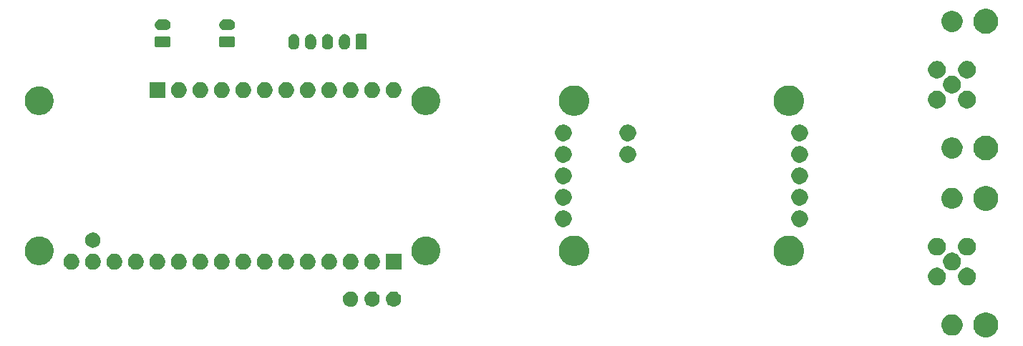
<source format=gbr>
G04 #@! TF.GenerationSoftware,KiCad,Pcbnew,5.1.4-3.fc31*
G04 #@! TF.CreationDate,2019-11-06T17:14:15+01:00*
G04 #@! TF.ProjectId,beieliscale-kicad,62656965-6c69-4736-9361-6c652d6b6963,rev?*
G04 #@! TF.SameCoordinates,Original*
G04 #@! TF.FileFunction,Soldermask,Bot*
G04 #@! TF.FilePolarity,Negative*
%FSLAX46Y46*%
G04 Gerber Fmt 4.6, Leading zero omitted, Abs format (unit mm)*
G04 Created by KiCad (PCBNEW 5.1.4-3.fc31) date 2019-11-06 17:14:15*
%MOMM*%
%LPD*%
G04 APERTURE LIST*
%ADD10C,0.100000*%
G04 APERTURE END LIST*
D10*
G36*
X154925532Y-73595721D02*
G01*
X155194147Y-73706985D01*
X155435895Y-73868516D01*
X155641484Y-74074105D01*
X155803015Y-74315853D01*
X155914279Y-74584468D01*
X155971000Y-74869625D01*
X155971000Y-75160375D01*
X155914279Y-75445532D01*
X155803015Y-75714147D01*
X155641484Y-75955895D01*
X155435895Y-76161484D01*
X155194147Y-76323015D01*
X154925532Y-76434279D01*
X154640375Y-76491000D01*
X154349625Y-76491000D01*
X154064468Y-76434279D01*
X153795853Y-76323015D01*
X153554105Y-76161484D01*
X153348516Y-75955895D01*
X153186985Y-75714147D01*
X153075721Y-75445532D01*
X153019000Y-75160375D01*
X153019000Y-74869625D01*
X153075721Y-74584468D01*
X153186985Y-74315853D01*
X153348516Y-74074105D01*
X153554105Y-73868516D01*
X153795853Y-73706985D01*
X154064468Y-73595721D01*
X154349625Y-73539000D01*
X154640375Y-73539000D01*
X154925532Y-73595721D01*
X154925532Y-73595721D01*
G37*
G36*
X150859903Y-73812075D02*
G01*
X151087571Y-73906378D01*
X151292466Y-74043285D01*
X151466715Y-74217534D01*
X151603622Y-74422429D01*
X151697925Y-74650097D01*
X151746000Y-74891787D01*
X151746000Y-75138213D01*
X151697925Y-75379903D01*
X151603622Y-75607571D01*
X151466715Y-75812466D01*
X151292466Y-75986715D01*
X151087571Y-76123622D01*
X151087570Y-76123623D01*
X151087569Y-76123623D01*
X150859903Y-76217925D01*
X150618214Y-76266000D01*
X150371786Y-76266000D01*
X150130097Y-76217925D01*
X149902431Y-76123623D01*
X149902430Y-76123623D01*
X149902429Y-76123622D01*
X149697534Y-75986715D01*
X149523285Y-75812466D01*
X149386378Y-75607571D01*
X149292075Y-75379903D01*
X149244000Y-75138213D01*
X149244000Y-74891787D01*
X149292075Y-74650097D01*
X149386378Y-74422429D01*
X149523285Y-74217534D01*
X149697534Y-74043285D01*
X149902429Y-73906378D01*
X150130097Y-73812075D01*
X150371786Y-73764000D01*
X150618214Y-73764000D01*
X150859903Y-73812075D01*
X150859903Y-73812075D01*
G37*
G36*
X79488512Y-71063927D02*
G01*
X79637812Y-71093624D01*
X79801784Y-71161544D01*
X79949354Y-71260147D01*
X80074853Y-71385646D01*
X80173456Y-71533216D01*
X80241376Y-71697188D01*
X80276000Y-71871259D01*
X80276000Y-72048741D01*
X80241376Y-72222812D01*
X80173456Y-72386784D01*
X80074853Y-72534354D01*
X79949354Y-72659853D01*
X79801784Y-72758456D01*
X79637812Y-72826376D01*
X79488512Y-72856073D01*
X79463742Y-72861000D01*
X79286258Y-72861000D01*
X79261488Y-72856073D01*
X79112188Y-72826376D01*
X78948216Y-72758456D01*
X78800646Y-72659853D01*
X78675147Y-72534354D01*
X78576544Y-72386784D01*
X78508624Y-72222812D01*
X78474000Y-72048741D01*
X78474000Y-71871259D01*
X78508624Y-71697188D01*
X78576544Y-71533216D01*
X78675147Y-71385646D01*
X78800646Y-71260147D01*
X78948216Y-71161544D01*
X79112188Y-71093624D01*
X79261488Y-71063927D01*
X79286258Y-71059000D01*
X79463742Y-71059000D01*
X79488512Y-71063927D01*
X79488512Y-71063927D01*
G37*
G36*
X84565442Y-71065518D02*
G01*
X84631627Y-71072037D01*
X84801466Y-71123557D01*
X84957991Y-71207222D01*
X84993729Y-71236552D01*
X85095186Y-71319814D01*
X85178448Y-71421271D01*
X85207778Y-71457009D01*
X85291443Y-71613534D01*
X85342963Y-71783373D01*
X85360359Y-71960000D01*
X85342963Y-72136627D01*
X85291443Y-72306466D01*
X85207778Y-72462991D01*
X85178448Y-72498729D01*
X85095186Y-72600186D01*
X85022480Y-72659853D01*
X84957991Y-72712778D01*
X84801466Y-72796443D01*
X84631627Y-72847963D01*
X84565443Y-72854481D01*
X84499260Y-72861000D01*
X84410740Y-72861000D01*
X84344557Y-72854481D01*
X84278373Y-72847963D01*
X84108534Y-72796443D01*
X83952009Y-72712778D01*
X83887520Y-72659853D01*
X83814814Y-72600186D01*
X83731552Y-72498729D01*
X83702222Y-72462991D01*
X83618557Y-72306466D01*
X83567037Y-72136627D01*
X83549641Y-71960000D01*
X83567037Y-71783373D01*
X83618557Y-71613534D01*
X83702222Y-71457009D01*
X83731552Y-71421271D01*
X83814814Y-71319814D01*
X83916271Y-71236552D01*
X83952009Y-71207222D01*
X84108534Y-71123557D01*
X84278373Y-71072037D01*
X84344558Y-71065518D01*
X84410740Y-71059000D01*
X84499260Y-71059000D01*
X84565442Y-71065518D01*
X84565442Y-71065518D01*
G37*
G36*
X82025442Y-71065518D02*
G01*
X82091627Y-71072037D01*
X82261466Y-71123557D01*
X82417991Y-71207222D01*
X82453729Y-71236552D01*
X82555186Y-71319814D01*
X82638448Y-71421271D01*
X82667778Y-71457009D01*
X82751443Y-71613534D01*
X82802963Y-71783373D01*
X82820359Y-71960000D01*
X82802963Y-72136627D01*
X82751443Y-72306466D01*
X82667778Y-72462991D01*
X82638448Y-72498729D01*
X82555186Y-72600186D01*
X82482480Y-72659853D01*
X82417991Y-72712778D01*
X82261466Y-72796443D01*
X82091627Y-72847963D01*
X82025443Y-72854481D01*
X81959260Y-72861000D01*
X81870740Y-72861000D01*
X81804557Y-72854481D01*
X81738373Y-72847963D01*
X81568534Y-72796443D01*
X81412009Y-72712778D01*
X81347520Y-72659853D01*
X81274814Y-72600186D01*
X81191552Y-72498729D01*
X81162222Y-72462991D01*
X81078557Y-72306466D01*
X81027037Y-72136627D01*
X81009641Y-71960000D01*
X81027037Y-71783373D01*
X81078557Y-71613534D01*
X81162222Y-71457009D01*
X81191552Y-71421271D01*
X81274814Y-71319814D01*
X81376271Y-71236552D01*
X81412009Y-71207222D01*
X81568534Y-71123557D01*
X81738373Y-71072037D01*
X81804558Y-71065518D01*
X81870740Y-71059000D01*
X81959260Y-71059000D01*
X82025442Y-71065518D01*
X82025442Y-71065518D01*
G37*
G36*
X149031564Y-68274389D02*
G01*
X149222833Y-68353615D01*
X149222835Y-68353616D01*
X149374567Y-68455000D01*
X149394973Y-68468635D01*
X149541365Y-68615027D01*
X149656385Y-68787167D01*
X149735611Y-68978436D01*
X149776000Y-69181484D01*
X149776000Y-69388516D01*
X149735611Y-69591564D01*
X149656385Y-69782833D01*
X149656384Y-69782835D01*
X149541365Y-69954973D01*
X149394973Y-70101365D01*
X149222835Y-70216384D01*
X149222834Y-70216385D01*
X149222833Y-70216385D01*
X149031564Y-70295611D01*
X148828516Y-70336000D01*
X148621484Y-70336000D01*
X148418436Y-70295611D01*
X148227167Y-70216385D01*
X148227166Y-70216385D01*
X148227165Y-70216384D01*
X148055027Y-70101365D01*
X147908635Y-69954973D01*
X147793616Y-69782835D01*
X147793615Y-69782833D01*
X147714389Y-69591564D01*
X147674000Y-69388516D01*
X147674000Y-69181484D01*
X147714389Y-68978436D01*
X147793615Y-68787167D01*
X147908635Y-68615027D01*
X148055027Y-68468635D01*
X148075433Y-68455000D01*
X148227165Y-68353616D01*
X148227167Y-68353615D01*
X148418436Y-68274389D01*
X148621484Y-68234000D01*
X148828516Y-68234000D01*
X149031564Y-68274389D01*
X149031564Y-68274389D01*
G37*
G36*
X152571564Y-68274389D02*
G01*
X152762833Y-68353615D01*
X152762835Y-68353616D01*
X152914567Y-68455000D01*
X152934973Y-68468635D01*
X153081365Y-68615027D01*
X153196385Y-68787167D01*
X153275611Y-68978436D01*
X153316000Y-69181484D01*
X153316000Y-69388516D01*
X153275611Y-69591564D01*
X153196385Y-69782833D01*
X153196384Y-69782835D01*
X153081365Y-69954973D01*
X152934973Y-70101365D01*
X152762835Y-70216384D01*
X152762834Y-70216385D01*
X152762833Y-70216385D01*
X152571564Y-70295611D01*
X152368516Y-70336000D01*
X152161484Y-70336000D01*
X151958436Y-70295611D01*
X151767167Y-70216385D01*
X151767166Y-70216385D01*
X151767165Y-70216384D01*
X151595027Y-70101365D01*
X151448635Y-69954973D01*
X151333616Y-69782835D01*
X151333615Y-69782833D01*
X151254389Y-69591564D01*
X151214000Y-69388516D01*
X151214000Y-69181484D01*
X151254389Y-68978436D01*
X151333615Y-68787167D01*
X151448635Y-68615027D01*
X151595027Y-68468635D01*
X151615433Y-68455000D01*
X151767165Y-68353616D01*
X151767167Y-68353615D01*
X151958436Y-68274389D01*
X152161484Y-68234000D01*
X152368516Y-68234000D01*
X152571564Y-68274389D01*
X152571564Y-68274389D01*
G37*
G36*
X150801564Y-66504389D02*
G01*
X150972034Y-66575000D01*
X150992835Y-66583616D01*
X151164973Y-66698635D01*
X151311365Y-66845027D01*
X151426385Y-67017167D01*
X151505611Y-67208436D01*
X151546000Y-67411484D01*
X151546000Y-67618516D01*
X151505611Y-67821564D01*
X151441315Y-67976788D01*
X151426384Y-68012835D01*
X151311365Y-68184973D01*
X151164973Y-68331365D01*
X150992835Y-68446384D01*
X150992834Y-68446385D01*
X150992833Y-68446385D01*
X150801564Y-68525611D01*
X150598516Y-68566000D01*
X150391484Y-68566000D01*
X150188436Y-68525611D01*
X149997167Y-68446385D01*
X149997166Y-68446385D01*
X149997165Y-68446384D01*
X149825027Y-68331365D01*
X149678635Y-68184973D01*
X149563616Y-68012835D01*
X149548685Y-67976788D01*
X149484389Y-67821564D01*
X149444000Y-67618516D01*
X149444000Y-67411484D01*
X149484389Y-67208436D01*
X149563615Y-67017167D01*
X149678635Y-66845027D01*
X149825027Y-66698635D01*
X149997165Y-66583616D01*
X150017966Y-66575000D01*
X150188436Y-66504389D01*
X150391484Y-66464000D01*
X150598516Y-66464000D01*
X150801564Y-66504389D01*
X150801564Y-66504389D01*
G37*
G36*
X79649187Y-66611123D02*
G01*
X79820255Y-66681982D01*
X79820257Y-66681983D01*
X79845178Y-66698635D01*
X79952479Y-66770331D01*
X79974215Y-66784855D01*
X80105145Y-66915785D01*
X80195626Y-67051198D01*
X80208018Y-67069745D01*
X80278877Y-67240813D01*
X80315000Y-67422417D01*
X80315000Y-67607583D01*
X80278877Y-67789187D01*
X80257404Y-67841026D01*
X80208017Y-67960257D01*
X80172887Y-68012833D01*
X80105146Y-68114214D01*
X79974214Y-68245146D01*
X79930447Y-68274390D01*
X79820257Y-68348017D01*
X79820256Y-68348018D01*
X79820255Y-68348018D01*
X79649187Y-68418877D01*
X79467583Y-68455000D01*
X79282417Y-68455000D01*
X79100813Y-68418877D01*
X78929745Y-68348018D01*
X78929744Y-68348018D01*
X78929743Y-68348017D01*
X78819553Y-68274390D01*
X78775786Y-68245146D01*
X78644854Y-68114214D01*
X78577113Y-68012833D01*
X78541983Y-67960257D01*
X78492596Y-67841026D01*
X78471123Y-67789187D01*
X78435000Y-67607583D01*
X78435000Y-67422417D01*
X78471123Y-67240813D01*
X78541982Y-67069745D01*
X78554375Y-67051198D01*
X78644855Y-66915785D01*
X78775785Y-66784855D01*
X78797522Y-66770331D01*
X78904822Y-66698635D01*
X78929743Y-66681983D01*
X78929745Y-66681982D01*
X79100813Y-66611123D01*
X79282417Y-66575000D01*
X79467583Y-66575000D01*
X79649187Y-66611123D01*
X79649187Y-66611123D01*
G37*
G36*
X85395000Y-68455000D02*
G01*
X83515000Y-68455000D01*
X83515000Y-66575000D01*
X85395000Y-66575000D01*
X85395000Y-68455000D01*
X85395000Y-68455000D01*
G37*
G36*
X77109187Y-66611123D02*
G01*
X77280255Y-66681982D01*
X77280257Y-66681983D01*
X77305178Y-66698635D01*
X77412479Y-66770331D01*
X77434215Y-66784855D01*
X77565145Y-66915785D01*
X77655626Y-67051198D01*
X77668018Y-67069745D01*
X77738877Y-67240813D01*
X77775000Y-67422417D01*
X77775000Y-67607583D01*
X77738877Y-67789187D01*
X77717404Y-67841026D01*
X77668017Y-67960257D01*
X77632887Y-68012833D01*
X77565146Y-68114214D01*
X77434214Y-68245146D01*
X77390447Y-68274390D01*
X77280257Y-68348017D01*
X77280256Y-68348018D01*
X77280255Y-68348018D01*
X77109187Y-68418877D01*
X76927583Y-68455000D01*
X76742417Y-68455000D01*
X76560813Y-68418877D01*
X76389745Y-68348018D01*
X76389744Y-68348018D01*
X76389743Y-68348017D01*
X76279553Y-68274390D01*
X76235786Y-68245146D01*
X76104854Y-68114214D01*
X76037113Y-68012833D01*
X76001983Y-67960257D01*
X75952596Y-67841026D01*
X75931123Y-67789187D01*
X75895000Y-67607583D01*
X75895000Y-67422417D01*
X75931123Y-67240813D01*
X76001982Y-67069745D01*
X76014375Y-67051198D01*
X76104855Y-66915785D01*
X76235785Y-66784855D01*
X76257522Y-66770331D01*
X76364822Y-66698635D01*
X76389743Y-66681983D01*
X76389745Y-66681982D01*
X76560813Y-66611123D01*
X76742417Y-66575000D01*
X76927583Y-66575000D01*
X77109187Y-66611123D01*
X77109187Y-66611123D01*
G37*
G36*
X82189187Y-66611123D02*
G01*
X82360255Y-66681982D01*
X82360257Y-66681983D01*
X82385178Y-66698635D01*
X82492479Y-66770331D01*
X82514215Y-66784855D01*
X82645145Y-66915785D01*
X82735626Y-67051198D01*
X82748018Y-67069745D01*
X82818877Y-67240813D01*
X82855000Y-67422417D01*
X82855000Y-67607583D01*
X82818877Y-67789187D01*
X82797404Y-67841026D01*
X82748017Y-67960257D01*
X82712887Y-68012833D01*
X82645146Y-68114214D01*
X82514214Y-68245146D01*
X82470447Y-68274390D01*
X82360257Y-68348017D01*
X82360256Y-68348018D01*
X82360255Y-68348018D01*
X82189187Y-68418877D01*
X82007583Y-68455000D01*
X81822417Y-68455000D01*
X81640813Y-68418877D01*
X81469745Y-68348018D01*
X81469744Y-68348018D01*
X81469743Y-68348017D01*
X81359553Y-68274390D01*
X81315786Y-68245146D01*
X81184854Y-68114214D01*
X81117113Y-68012833D01*
X81081983Y-67960257D01*
X81032596Y-67841026D01*
X81011123Y-67789187D01*
X80975000Y-67607583D01*
X80975000Y-67422417D01*
X81011123Y-67240813D01*
X81081982Y-67069745D01*
X81094375Y-67051198D01*
X81184855Y-66915785D01*
X81315785Y-66784855D01*
X81337522Y-66770331D01*
X81444822Y-66698635D01*
X81469743Y-66681983D01*
X81469745Y-66681982D01*
X81640813Y-66611123D01*
X81822417Y-66575000D01*
X82007583Y-66575000D01*
X82189187Y-66611123D01*
X82189187Y-66611123D01*
G37*
G36*
X74569187Y-66611123D02*
G01*
X74740255Y-66681982D01*
X74740257Y-66681983D01*
X74765178Y-66698635D01*
X74872479Y-66770331D01*
X74894215Y-66784855D01*
X75025145Y-66915785D01*
X75115626Y-67051198D01*
X75128018Y-67069745D01*
X75198877Y-67240813D01*
X75235000Y-67422417D01*
X75235000Y-67607583D01*
X75198877Y-67789187D01*
X75177404Y-67841026D01*
X75128017Y-67960257D01*
X75092887Y-68012833D01*
X75025146Y-68114214D01*
X74894214Y-68245146D01*
X74850447Y-68274390D01*
X74740257Y-68348017D01*
X74740256Y-68348018D01*
X74740255Y-68348018D01*
X74569187Y-68418877D01*
X74387583Y-68455000D01*
X74202417Y-68455000D01*
X74020813Y-68418877D01*
X73849745Y-68348018D01*
X73849744Y-68348018D01*
X73849743Y-68348017D01*
X73739553Y-68274390D01*
X73695786Y-68245146D01*
X73564854Y-68114214D01*
X73497113Y-68012833D01*
X73461983Y-67960257D01*
X73412596Y-67841026D01*
X73391123Y-67789187D01*
X73355000Y-67607583D01*
X73355000Y-67422417D01*
X73391123Y-67240813D01*
X73461982Y-67069745D01*
X73474375Y-67051198D01*
X73564855Y-66915785D01*
X73695785Y-66784855D01*
X73717522Y-66770331D01*
X73824822Y-66698635D01*
X73849743Y-66681983D01*
X73849745Y-66681982D01*
X74020813Y-66611123D01*
X74202417Y-66575000D01*
X74387583Y-66575000D01*
X74569187Y-66611123D01*
X74569187Y-66611123D01*
G37*
G36*
X72029187Y-66611123D02*
G01*
X72200255Y-66681982D01*
X72200257Y-66681983D01*
X72225178Y-66698635D01*
X72332479Y-66770331D01*
X72354215Y-66784855D01*
X72485145Y-66915785D01*
X72575626Y-67051198D01*
X72588018Y-67069745D01*
X72658877Y-67240813D01*
X72695000Y-67422417D01*
X72695000Y-67607583D01*
X72658877Y-67789187D01*
X72637404Y-67841026D01*
X72588017Y-67960257D01*
X72552887Y-68012833D01*
X72485146Y-68114214D01*
X72354214Y-68245146D01*
X72310447Y-68274390D01*
X72200257Y-68348017D01*
X72200256Y-68348018D01*
X72200255Y-68348018D01*
X72029187Y-68418877D01*
X71847583Y-68455000D01*
X71662417Y-68455000D01*
X71480813Y-68418877D01*
X71309745Y-68348018D01*
X71309744Y-68348018D01*
X71309743Y-68348017D01*
X71199553Y-68274390D01*
X71155786Y-68245146D01*
X71024854Y-68114214D01*
X70957113Y-68012833D01*
X70921983Y-67960257D01*
X70872596Y-67841026D01*
X70851123Y-67789187D01*
X70815000Y-67607583D01*
X70815000Y-67422417D01*
X70851123Y-67240813D01*
X70921982Y-67069745D01*
X70934375Y-67051198D01*
X71024855Y-66915785D01*
X71155785Y-66784855D01*
X71177522Y-66770331D01*
X71284822Y-66698635D01*
X71309743Y-66681983D01*
X71309745Y-66681982D01*
X71480813Y-66611123D01*
X71662417Y-66575000D01*
X71847583Y-66575000D01*
X72029187Y-66611123D01*
X72029187Y-66611123D01*
G37*
G36*
X69489187Y-66611123D02*
G01*
X69660255Y-66681982D01*
X69660257Y-66681983D01*
X69685178Y-66698635D01*
X69792479Y-66770331D01*
X69814215Y-66784855D01*
X69945145Y-66915785D01*
X70035626Y-67051198D01*
X70048018Y-67069745D01*
X70118877Y-67240813D01*
X70155000Y-67422417D01*
X70155000Y-67607583D01*
X70118877Y-67789187D01*
X70097404Y-67841026D01*
X70048017Y-67960257D01*
X70012887Y-68012833D01*
X69945146Y-68114214D01*
X69814214Y-68245146D01*
X69770447Y-68274390D01*
X69660257Y-68348017D01*
X69660256Y-68348018D01*
X69660255Y-68348018D01*
X69489187Y-68418877D01*
X69307583Y-68455000D01*
X69122417Y-68455000D01*
X68940813Y-68418877D01*
X68769745Y-68348018D01*
X68769744Y-68348018D01*
X68769743Y-68348017D01*
X68659553Y-68274390D01*
X68615786Y-68245146D01*
X68484854Y-68114214D01*
X68417113Y-68012833D01*
X68381983Y-67960257D01*
X68332596Y-67841026D01*
X68311123Y-67789187D01*
X68275000Y-67607583D01*
X68275000Y-67422417D01*
X68311123Y-67240813D01*
X68381982Y-67069745D01*
X68394375Y-67051198D01*
X68484855Y-66915785D01*
X68615785Y-66784855D01*
X68637522Y-66770331D01*
X68744822Y-66698635D01*
X68769743Y-66681983D01*
X68769745Y-66681982D01*
X68940813Y-66611123D01*
X69122417Y-66575000D01*
X69307583Y-66575000D01*
X69489187Y-66611123D01*
X69489187Y-66611123D01*
G37*
G36*
X66949187Y-66611123D02*
G01*
X67120255Y-66681982D01*
X67120257Y-66681983D01*
X67145178Y-66698635D01*
X67252479Y-66770331D01*
X67274215Y-66784855D01*
X67405145Y-66915785D01*
X67495626Y-67051198D01*
X67508018Y-67069745D01*
X67578877Y-67240813D01*
X67615000Y-67422417D01*
X67615000Y-67607583D01*
X67578877Y-67789187D01*
X67557404Y-67841026D01*
X67508017Y-67960257D01*
X67472887Y-68012833D01*
X67405146Y-68114214D01*
X67274214Y-68245146D01*
X67230447Y-68274390D01*
X67120257Y-68348017D01*
X67120256Y-68348018D01*
X67120255Y-68348018D01*
X66949187Y-68418877D01*
X66767583Y-68455000D01*
X66582417Y-68455000D01*
X66400813Y-68418877D01*
X66229745Y-68348018D01*
X66229744Y-68348018D01*
X66229743Y-68348017D01*
X66119553Y-68274390D01*
X66075786Y-68245146D01*
X65944854Y-68114214D01*
X65877113Y-68012833D01*
X65841983Y-67960257D01*
X65792596Y-67841026D01*
X65771123Y-67789187D01*
X65735000Y-67607583D01*
X65735000Y-67422417D01*
X65771123Y-67240813D01*
X65841982Y-67069745D01*
X65854375Y-67051198D01*
X65944855Y-66915785D01*
X66075785Y-66784855D01*
X66097522Y-66770331D01*
X66204822Y-66698635D01*
X66229743Y-66681983D01*
X66229745Y-66681982D01*
X66400813Y-66611123D01*
X66582417Y-66575000D01*
X66767583Y-66575000D01*
X66949187Y-66611123D01*
X66949187Y-66611123D01*
G37*
G36*
X61869187Y-66611123D02*
G01*
X62040255Y-66681982D01*
X62040257Y-66681983D01*
X62065178Y-66698635D01*
X62172479Y-66770331D01*
X62194215Y-66784855D01*
X62325145Y-66915785D01*
X62415626Y-67051198D01*
X62428018Y-67069745D01*
X62498877Y-67240813D01*
X62535000Y-67422417D01*
X62535000Y-67607583D01*
X62498877Y-67789187D01*
X62477404Y-67841026D01*
X62428017Y-67960257D01*
X62392887Y-68012833D01*
X62325146Y-68114214D01*
X62194214Y-68245146D01*
X62150447Y-68274390D01*
X62040257Y-68348017D01*
X62040256Y-68348018D01*
X62040255Y-68348018D01*
X61869187Y-68418877D01*
X61687583Y-68455000D01*
X61502417Y-68455000D01*
X61320813Y-68418877D01*
X61149745Y-68348018D01*
X61149744Y-68348018D01*
X61149743Y-68348017D01*
X61039553Y-68274390D01*
X60995786Y-68245146D01*
X60864854Y-68114214D01*
X60797113Y-68012833D01*
X60761983Y-67960257D01*
X60712596Y-67841026D01*
X60691123Y-67789187D01*
X60655000Y-67607583D01*
X60655000Y-67422417D01*
X60691123Y-67240813D01*
X60761982Y-67069745D01*
X60774375Y-67051198D01*
X60864855Y-66915785D01*
X60995785Y-66784855D01*
X61017522Y-66770331D01*
X61124822Y-66698635D01*
X61149743Y-66681983D01*
X61149745Y-66681982D01*
X61320813Y-66611123D01*
X61502417Y-66575000D01*
X61687583Y-66575000D01*
X61869187Y-66611123D01*
X61869187Y-66611123D01*
G37*
G36*
X59329187Y-66611123D02*
G01*
X59500255Y-66681982D01*
X59500257Y-66681983D01*
X59525178Y-66698635D01*
X59632479Y-66770331D01*
X59654215Y-66784855D01*
X59785145Y-66915785D01*
X59875626Y-67051198D01*
X59888018Y-67069745D01*
X59958877Y-67240813D01*
X59995000Y-67422417D01*
X59995000Y-67607583D01*
X59958877Y-67789187D01*
X59937404Y-67841026D01*
X59888017Y-67960257D01*
X59852887Y-68012833D01*
X59785146Y-68114214D01*
X59654214Y-68245146D01*
X59610447Y-68274390D01*
X59500257Y-68348017D01*
X59500256Y-68348018D01*
X59500255Y-68348018D01*
X59329187Y-68418877D01*
X59147583Y-68455000D01*
X58962417Y-68455000D01*
X58780813Y-68418877D01*
X58609745Y-68348018D01*
X58609744Y-68348018D01*
X58609743Y-68348017D01*
X58499553Y-68274390D01*
X58455786Y-68245146D01*
X58324854Y-68114214D01*
X58257113Y-68012833D01*
X58221983Y-67960257D01*
X58172596Y-67841026D01*
X58151123Y-67789187D01*
X58115000Y-67607583D01*
X58115000Y-67422417D01*
X58151123Y-67240813D01*
X58221982Y-67069745D01*
X58234375Y-67051198D01*
X58324855Y-66915785D01*
X58455785Y-66784855D01*
X58477522Y-66770331D01*
X58584822Y-66698635D01*
X58609743Y-66681983D01*
X58609745Y-66681982D01*
X58780813Y-66611123D01*
X58962417Y-66575000D01*
X59147583Y-66575000D01*
X59329187Y-66611123D01*
X59329187Y-66611123D01*
G37*
G36*
X56789187Y-66611123D02*
G01*
X56960255Y-66681982D01*
X56960257Y-66681983D01*
X56985178Y-66698635D01*
X57092479Y-66770331D01*
X57114215Y-66784855D01*
X57245145Y-66915785D01*
X57335626Y-67051198D01*
X57348018Y-67069745D01*
X57418877Y-67240813D01*
X57455000Y-67422417D01*
X57455000Y-67607583D01*
X57418877Y-67789187D01*
X57397404Y-67841026D01*
X57348017Y-67960257D01*
X57312887Y-68012833D01*
X57245146Y-68114214D01*
X57114214Y-68245146D01*
X57070447Y-68274390D01*
X56960257Y-68348017D01*
X56960256Y-68348018D01*
X56960255Y-68348018D01*
X56789187Y-68418877D01*
X56607583Y-68455000D01*
X56422417Y-68455000D01*
X56240813Y-68418877D01*
X56069745Y-68348018D01*
X56069744Y-68348018D01*
X56069743Y-68348017D01*
X55959553Y-68274390D01*
X55915786Y-68245146D01*
X55784854Y-68114214D01*
X55717113Y-68012833D01*
X55681983Y-67960257D01*
X55632596Y-67841026D01*
X55611123Y-67789187D01*
X55575000Y-67607583D01*
X55575000Y-67422417D01*
X55611123Y-67240813D01*
X55681982Y-67069745D01*
X55694375Y-67051198D01*
X55784855Y-66915785D01*
X55915785Y-66784855D01*
X55937522Y-66770331D01*
X56044822Y-66698635D01*
X56069743Y-66681983D01*
X56069745Y-66681982D01*
X56240813Y-66611123D01*
X56422417Y-66575000D01*
X56607583Y-66575000D01*
X56789187Y-66611123D01*
X56789187Y-66611123D01*
G37*
G36*
X46629187Y-66611123D02*
G01*
X46800255Y-66681982D01*
X46800257Y-66681983D01*
X46825178Y-66698635D01*
X46932479Y-66770331D01*
X46954215Y-66784855D01*
X47085145Y-66915785D01*
X47175626Y-67051198D01*
X47188018Y-67069745D01*
X47258877Y-67240813D01*
X47295000Y-67422417D01*
X47295000Y-67607583D01*
X47258877Y-67789187D01*
X47237404Y-67841026D01*
X47188017Y-67960257D01*
X47152887Y-68012833D01*
X47085146Y-68114214D01*
X46954214Y-68245146D01*
X46910447Y-68274390D01*
X46800257Y-68348017D01*
X46800256Y-68348018D01*
X46800255Y-68348018D01*
X46629187Y-68418877D01*
X46447583Y-68455000D01*
X46262417Y-68455000D01*
X46080813Y-68418877D01*
X45909745Y-68348018D01*
X45909744Y-68348018D01*
X45909743Y-68348017D01*
X45799553Y-68274390D01*
X45755786Y-68245146D01*
X45624854Y-68114214D01*
X45557113Y-68012833D01*
X45521983Y-67960257D01*
X45472596Y-67841026D01*
X45451123Y-67789187D01*
X45415000Y-67607583D01*
X45415000Y-67422417D01*
X45451123Y-67240813D01*
X45521982Y-67069745D01*
X45534375Y-67051198D01*
X45624855Y-66915785D01*
X45755785Y-66784855D01*
X45777522Y-66770331D01*
X45884822Y-66698635D01*
X45909743Y-66681983D01*
X45909745Y-66681982D01*
X46080813Y-66611123D01*
X46262417Y-66575000D01*
X46447583Y-66575000D01*
X46629187Y-66611123D01*
X46629187Y-66611123D01*
G37*
G36*
X54249187Y-66611123D02*
G01*
X54420255Y-66681982D01*
X54420257Y-66681983D01*
X54445178Y-66698635D01*
X54552479Y-66770331D01*
X54574215Y-66784855D01*
X54705145Y-66915785D01*
X54795626Y-67051198D01*
X54808018Y-67069745D01*
X54878877Y-67240813D01*
X54915000Y-67422417D01*
X54915000Y-67607583D01*
X54878877Y-67789187D01*
X54857404Y-67841026D01*
X54808017Y-67960257D01*
X54772887Y-68012833D01*
X54705146Y-68114214D01*
X54574214Y-68245146D01*
X54530447Y-68274390D01*
X54420257Y-68348017D01*
X54420256Y-68348018D01*
X54420255Y-68348018D01*
X54249187Y-68418877D01*
X54067583Y-68455000D01*
X53882417Y-68455000D01*
X53700813Y-68418877D01*
X53529745Y-68348018D01*
X53529744Y-68348018D01*
X53529743Y-68348017D01*
X53419553Y-68274390D01*
X53375786Y-68245146D01*
X53244854Y-68114214D01*
X53177113Y-68012833D01*
X53141983Y-67960257D01*
X53092596Y-67841026D01*
X53071123Y-67789187D01*
X53035000Y-67607583D01*
X53035000Y-67422417D01*
X53071123Y-67240813D01*
X53141982Y-67069745D01*
X53154375Y-67051198D01*
X53244855Y-66915785D01*
X53375785Y-66784855D01*
X53397522Y-66770331D01*
X53504822Y-66698635D01*
X53529743Y-66681983D01*
X53529745Y-66681982D01*
X53700813Y-66611123D01*
X53882417Y-66575000D01*
X54067583Y-66575000D01*
X54249187Y-66611123D01*
X54249187Y-66611123D01*
G37*
G36*
X51709187Y-66611123D02*
G01*
X51880255Y-66681982D01*
X51880257Y-66681983D01*
X51905178Y-66698635D01*
X52012479Y-66770331D01*
X52034215Y-66784855D01*
X52165145Y-66915785D01*
X52255626Y-67051198D01*
X52268018Y-67069745D01*
X52338877Y-67240813D01*
X52375000Y-67422417D01*
X52375000Y-67607583D01*
X52338877Y-67789187D01*
X52317404Y-67841026D01*
X52268017Y-67960257D01*
X52232887Y-68012833D01*
X52165146Y-68114214D01*
X52034214Y-68245146D01*
X51990447Y-68274390D01*
X51880257Y-68348017D01*
X51880256Y-68348018D01*
X51880255Y-68348018D01*
X51709187Y-68418877D01*
X51527583Y-68455000D01*
X51342417Y-68455000D01*
X51160813Y-68418877D01*
X50989745Y-68348018D01*
X50989744Y-68348018D01*
X50989743Y-68348017D01*
X50879553Y-68274390D01*
X50835786Y-68245146D01*
X50704854Y-68114214D01*
X50637113Y-68012833D01*
X50601983Y-67960257D01*
X50552596Y-67841026D01*
X50531123Y-67789187D01*
X50495000Y-67607583D01*
X50495000Y-67422417D01*
X50531123Y-67240813D01*
X50601982Y-67069745D01*
X50614375Y-67051198D01*
X50704855Y-66915785D01*
X50835785Y-66784855D01*
X50857522Y-66770331D01*
X50964822Y-66698635D01*
X50989743Y-66681983D01*
X50989745Y-66681982D01*
X51160813Y-66611123D01*
X51342417Y-66575000D01*
X51527583Y-66575000D01*
X51709187Y-66611123D01*
X51709187Y-66611123D01*
G37*
G36*
X49169187Y-66611123D02*
G01*
X49340255Y-66681982D01*
X49340257Y-66681983D01*
X49365178Y-66698635D01*
X49472479Y-66770331D01*
X49494215Y-66784855D01*
X49625145Y-66915785D01*
X49715626Y-67051198D01*
X49728018Y-67069745D01*
X49798877Y-67240813D01*
X49835000Y-67422417D01*
X49835000Y-67607583D01*
X49798877Y-67789187D01*
X49777404Y-67841026D01*
X49728017Y-67960257D01*
X49692887Y-68012833D01*
X49625146Y-68114214D01*
X49494214Y-68245146D01*
X49450447Y-68274390D01*
X49340257Y-68348017D01*
X49340256Y-68348018D01*
X49340255Y-68348018D01*
X49169187Y-68418877D01*
X48987583Y-68455000D01*
X48802417Y-68455000D01*
X48620813Y-68418877D01*
X48449745Y-68348018D01*
X48449744Y-68348018D01*
X48449743Y-68348017D01*
X48339553Y-68274390D01*
X48295786Y-68245146D01*
X48164854Y-68114214D01*
X48097113Y-68012833D01*
X48061983Y-67960257D01*
X48012596Y-67841026D01*
X47991123Y-67789187D01*
X47955000Y-67607583D01*
X47955000Y-67422417D01*
X47991123Y-67240813D01*
X48061982Y-67069745D01*
X48074375Y-67051198D01*
X48164855Y-66915785D01*
X48295785Y-66784855D01*
X48317522Y-66770331D01*
X48424822Y-66698635D01*
X48449743Y-66681983D01*
X48449745Y-66681982D01*
X48620813Y-66611123D01*
X48802417Y-66575000D01*
X48987583Y-66575000D01*
X49169187Y-66611123D01*
X49169187Y-66611123D01*
G37*
G36*
X64409187Y-66611123D02*
G01*
X64580255Y-66681982D01*
X64580257Y-66681983D01*
X64605178Y-66698635D01*
X64712479Y-66770331D01*
X64734215Y-66784855D01*
X64865145Y-66915785D01*
X64955626Y-67051198D01*
X64968018Y-67069745D01*
X65038877Y-67240813D01*
X65075000Y-67422417D01*
X65075000Y-67607583D01*
X65038877Y-67789187D01*
X65017404Y-67841026D01*
X64968017Y-67960257D01*
X64932887Y-68012833D01*
X64865146Y-68114214D01*
X64734214Y-68245146D01*
X64690447Y-68274390D01*
X64580257Y-68348017D01*
X64580256Y-68348018D01*
X64580255Y-68348018D01*
X64409187Y-68418877D01*
X64227583Y-68455000D01*
X64042417Y-68455000D01*
X63860813Y-68418877D01*
X63689745Y-68348018D01*
X63689744Y-68348018D01*
X63689743Y-68348017D01*
X63579553Y-68274390D01*
X63535786Y-68245146D01*
X63404854Y-68114214D01*
X63337113Y-68012833D01*
X63301983Y-67960257D01*
X63252596Y-67841026D01*
X63231123Y-67789187D01*
X63195000Y-67607583D01*
X63195000Y-67422417D01*
X63231123Y-67240813D01*
X63301982Y-67069745D01*
X63314375Y-67051198D01*
X63404855Y-66915785D01*
X63535785Y-66784855D01*
X63557522Y-66770331D01*
X63664822Y-66698635D01*
X63689743Y-66681983D01*
X63689745Y-66681982D01*
X63860813Y-66611123D01*
X64042417Y-66575000D01*
X64227583Y-66575000D01*
X64409187Y-66611123D01*
X64409187Y-66611123D01*
G37*
G36*
X131730331Y-64513211D02*
G01*
X132058092Y-64648974D01*
X132353070Y-64846072D01*
X132603928Y-65096930D01*
X132801026Y-65391908D01*
X132936789Y-65719669D01*
X133006000Y-66067616D01*
X133006000Y-66422384D01*
X132936789Y-66770331D01*
X132801026Y-67098092D01*
X132603928Y-67393070D01*
X132353070Y-67643928D01*
X132058092Y-67841026D01*
X131730331Y-67976789D01*
X131382384Y-68046000D01*
X131027616Y-68046000D01*
X130679669Y-67976789D01*
X130351908Y-67841026D01*
X130056930Y-67643928D01*
X129806072Y-67393070D01*
X129608974Y-67098092D01*
X129473211Y-66770331D01*
X129404000Y-66422384D01*
X129404000Y-66067616D01*
X129473211Y-65719669D01*
X129608974Y-65391908D01*
X129806072Y-65096930D01*
X130056930Y-64846072D01*
X130351908Y-64648974D01*
X130679669Y-64513211D01*
X131027616Y-64444000D01*
X131382384Y-64444000D01*
X131730331Y-64513211D01*
X131730331Y-64513211D01*
G37*
G36*
X106330331Y-64513211D02*
G01*
X106658092Y-64648974D01*
X106953070Y-64846072D01*
X107203928Y-65096930D01*
X107401026Y-65391908D01*
X107536789Y-65719669D01*
X107606000Y-66067616D01*
X107606000Y-66422384D01*
X107536789Y-66770331D01*
X107401026Y-67098092D01*
X107203928Y-67393070D01*
X106953070Y-67643928D01*
X106658092Y-67841026D01*
X106330331Y-67976789D01*
X105982384Y-68046000D01*
X105627616Y-68046000D01*
X105279669Y-67976789D01*
X104951908Y-67841026D01*
X104656930Y-67643928D01*
X104406072Y-67393070D01*
X104208974Y-67098092D01*
X104073211Y-66770331D01*
X104004000Y-66422384D01*
X104004000Y-66067616D01*
X104073211Y-65719669D01*
X104208974Y-65391908D01*
X104406072Y-65096930D01*
X104656930Y-64846072D01*
X104951908Y-64648974D01*
X105279669Y-64513211D01*
X105627616Y-64444000D01*
X105982384Y-64444000D01*
X106330331Y-64513211D01*
X106330331Y-64513211D01*
G37*
G36*
X88651847Y-64586605D02*
G01*
X88761455Y-64608407D01*
X89071199Y-64736707D01*
X89349962Y-64922970D01*
X89587030Y-65160038D01*
X89773293Y-65438801D01*
X89889632Y-65719669D01*
X89901593Y-65748546D01*
X89967000Y-66077366D01*
X89967000Y-66412634D01*
X89923395Y-66631847D01*
X89901593Y-66741455D01*
X89773293Y-67051199D01*
X89587030Y-67329962D01*
X89349962Y-67567030D01*
X89071199Y-67753293D01*
X88761455Y-67881593D01*
X88651847Y-67903395D01*
X88432634Y-67947000D01*
X88097366Y-67947000D01*
X87878153Y-67903395D01*
X87768545Y-67881593D01*
X87458801Y-67753293D01*
X87180038Y-67567030D01*
X86942970Y-67329962D01*
X86756707Y-67051199D01*
X86628407Y-66741455D01*
X86606605Y-66631847D01*
X86563000Y-66412634D01*
X86563000Y-66077366D01*
X86628407Y-65748546D01*
X86640368Y-65719669D01*
X86756707Y-65438801D01*
X86942970Y-65160038D01*
X87180038Y-64922970D01*
X87458801Y-64736707D01*
X87768545Y-64608407D01*
X87878153Y-64586605D01*
X88097366Y-64543000D01*
X88432634Y-64543000D01*
X88651847Y-64586605D01*
X88651847Y-64586605D01*
G37*
G36*
X42931847Y-64586605D02*
G01*
X43041455Y-64608407D01*
X43351199Y-64736707D01*
X43629962Y-64922970D01*
X43867030Y-65160038D01*
X44053293Y-65438801D01*
X44169632Y-65719669D01*
X44181593Y-65748546D01*
X44247000Y-66077366D01*
X44247000Y-66412634D01*
X44203395Y-66631847D01*
X44181593Y-66741455D01*
X44053293Y-67051199D01*
X43867030Y-67329962D01*
X43629962Y-67567030D01*
X43351199Y-67753293D01*
X43041455Y-67881593D01*
X42931847Y-67903395D01*
X42712634Y-67947000D01*
X42377366Y-67947000D01*
X42158153Y-67903395D01*
X42048545Y-67881593D01*
X41738801Y-67753293D01*
X41460038Y-67567030D01*
X41222970Y-67329962D01*
X41036707Y-67051199D01*
X40908407Y-66741455D01*
X40886605Y-66631847D01*
X40843000Y-66412634D01*
X40843000Y-66077366D01*
X40908407Y-65748546D01*
X40920368Y-65719669D01*
X41036707Y-65438801D01*
X41222970Y-65160038D01*
X41460038Y-64922970D01*
X41738801Y-64736707D01*
X42048545Y-64608407D01*
X42158153Y-64586605D01*
X42377366Y-64543000D01*
X42712634Y-64543000D01*
X42931847Y-64586605D01*
X42931847Y-64586605D01*
G37*
G36*
X149031564Y-64734389D02*
G01*
X149222833Y-64813615D01*
X149222835Y-64813616D01*
X149394973Y-64928635D01*
X149541365Y-65075027D01*
X149650135Y-65237812D01*
X149656385Y-65247167D01*
X149735611Y-65438436D01*
X149776000Y-65641484D01*
X149776000Y-65848516D01*
X149735611Y-66051564D01*
X149656385Y-66242833D01*
X149656384Y-66242835D01*
X149541365Y-66414973D01*
X149394973Y-66561365D01*
X149222835Y-66676384D01*
X149222834Y-66676385D01*
X149222833Y-66676385D01*
X149031564Y-66755611D01*
X148828516Y-66796000D01*
X148621484Y-66796000D01*
X148418436Y-66755611D01*
X148227167Y-66676385D01*
X148227166Y-66676385D01*
X148227165Y-66676384D01*
X148055027Y-66561365D01*
X147908635Y-66414973D01*
X147793616Y-66242835D01*
X147793615Y-66242833D01*
X147714389Y-66051564D01*
X147674000Y-65848516D01*
X147674000Y-65641484D01*
X147714389Y-65438436D01*
X147793615Y-65247167D01*
X147799866Y-65237812D01*
X147908635Y-65075027D01*
X148055027Y-64928635D01*
X148227165Y-64813616D01*
X148227167Y-64813615D01*
X148418436Y-64734389D01*
X148621484Y-64694000D01*
X148828516Y-64694000D01*
X149031564Y-64734389D01*
X149031564Y-64734389D01*
G37*
G36*
X152571564Y-64734389D02*
G01*
X152762833Y-64813615D01*
X152762835Y-64813616D01*
X152934973Y-64928635D01*
X153081365Y-65075027D01*
X153190135Y-65237812D01*
X153196385Y-65247167D01*
X153275611Y-65438436D01*
X153316000Y-65641484D01*
X153316000Y-65848516D01*
X153275611Y-66051564D01*
X153196385Y-66242833D01*
X153196384Y-66242835D01*
X153081365Y-66414973D01*
X152934973Y-66561365D01*
X152762835Y-66676384D01*
X152762834Y-66676385D01*
X152762833Y-66676385D01*
X152571564Y-66755611D01*
X152368516Y-66796000D01*
X152161484Y-66796000D01*
X151958436Y-66755611D01*
X151767167Y-66676385D01*
X151767166Y-66676385D01*
X151767165Y-66676384D01*
X151595027Y-66561365D01*
X151448635Y-66414973D01*
X151333616Y-66242835D01*
X151333615Y-66242833D01*
X151254389Y-66051564D01*
X151214000Y-65848516D01*
X151214000Y-65641484D01*
X151254389Y-65438436D01*
X151333615Y-65247167D01*
X151339866Y-65237812D01*
X151448635Y-65075027D01*
X151595027Y-64928635D01*
X151767165Y-64813616D01*
X151767167Y-64813615D01*
X151958436Y-64734389D01*
X152161484Y-64694000D01*
X152368516Y-64694000D01*
X152571564Y-64734389D01*
X152571564Y-64734389D01*
G37*
G36*
X49008512Y-64078927D02*
G01*
X49157812Y-64108624D01*
X49321784Y-64176544D01*
X49469354Y-64275147D01*
X49594853Y-64400646D01*
X49693456Y-64548216D01*
X49761376Y-64712188D01*
X49796000Y-64886259D01*
X49796000Y-65063741D01*
X49761376Y-65237812D01*
X49693456Y-65401784D01*
X49594853Y-65549354D01*
X49469354Y-65674853D01*
X49321784Y-65773456D01*
X49157812Y-65841376D01*
X49008512Y-65871073D01*
X48983742Y-65876000D01*
X48806258Y-65876000D01*
X48781488Y-65871073D01*
X48632188Y-65841376D01*
X48468216Y-65773456D01*
X48320646Y-65674853D01*
X48195147Y-65549354D01*
X48096544Y-65401784D01*
X48028624Y-65237812D01*
X47994000Y-65063741D01*
X47994000Y-64886259D01*
X48028624Y-64712188D01*
X48096544Y-64548216D01*
X48195147Y-64400646D01*
X48320646Y-64275147D01*
X48468216Y-64176544D01*
X48632188Y-64108624D01*
X48781488Y-64078927D01*
X48806258Y-64074000D01*
X48983742Y-64074000D01*
X49008512Y-64078927D01*
X49008512Y-64078927D01*
G37*
G36*
X104824003Y-61482275D02*
G01*
X104824005Y-61482276D01*
X104824006Y-61482276D01*
X105004320Y-61556964D01*
X105166598Y-61665395D01*
X105304605Y-61803402D01*
X105413036Y-61965680D01*
X105487724Y-62145994D01*
X105525800Y-62337415D01*
X105525800Y-62532585D01*
X105487724Y-62724006D01*
X105413036Y-62904320D01*
X105304605Y-63066598D01*
X105166598Y-63204605D01*
X105004320Y-63313036D01*
X104824006Y-63387724D01*
X104824005Y-63387724D01*
X104824003Y-63387725D01*
X104632587Y-63425800D01*
X104437413Y-63425800D01*
X104245997Y-63387725D01*
X104245995Y-63387724D01*
X104245994Y-63387724D01*
X104065680Y-63313036D01*
X103903402Y-63204605D01*
X103765395Y-63066598D01*
X103656964Y-62904320D01*
X103582276Y-62724006D01*
X103544200Y-62532585D01*
X103544200Y-62337415D01*
X103582276Y-62145994D01*
X103656964Y-61965680D01*
X103765395Y-61803402D01*
X103903402Y-61665395D01*
X104065680Y-61556964D01*
X104245994Y-61482276D01*
X104245995Y-61482276D01*
X104245997Y-61482275D01*
X104437413Y-61444200D01*
X104632587Y-61444200D01*
X104824003Y-61482275D01*
X104824003Y-61482275D01*
G37*
G36*
X132764003Y-61482275D02*
G01*
X132764005Y-61482276D01*
X132764006Y-61482276D01*
X132944320Y-61556964D01*
X133106598Y-61665395D01*
X133244605Y-61803402D01*
X133353036Y-61965680D01*
X133427724Y-62145994D01*
X133465800Y-62337415D01*
X133465800Y-62532585D01*
X133427724Y-62724006D01*
X133353036Y-62904320D01*
X133244605Y-63066598D01*
X133106598Y-63204605D01*
X132944320Y-63313036D01*
X132764006Y-63387724D01*
X132764005Y-63387724D01*
X132764003Y-63387725D01*
X132572587Y-63425800D01*
X132377413Y-63425800D01*
X132185997Y-63387725D01*
X132185995Y-63387724D01*
X132185994Y-63387724D01*
X132005680Y-63313036D01*
X131843402Y-63204605D01*
X131705395Y-63066598D01*
X131596964Y-62904320D01*
X131522276Y-62724006D01*
X131484200Y-62532585D01*
X131484200Y-62337415D01*
X131522276Y-62145994D01*
X131596964Y-61965680D01*
X131705395Y-61803402D01*
X131843402Y-61665395D01*
X132005680Y-61556964D01*
X132185994Y-61482276D01*
X132185995Y-61482276D01*
X132185997Y-61482275D01*
X132377413Y-61444200D01*
X132572587Y-61444200D01*
X132764003Y-61482275D01*
X132764003Y-61482275D01*
G37*
G36*
X154925532Y-58595721D02*
G01*
X155194147Y-58706985D01*
X155435895Y-58868516D01*
X155641484Y-59074105D01*
X155803015Y-59315853D01*
X155914279Y-59584468D01*
X155971000Y-59869625D01*
X155971000Y-60160375D01*
X155914279Y-60445532D01*
X155803015Y-60714147D01*
X155641484Y-60955895D01*
X155435895Y-61161484D01*
X155194147Y-61323015D01*
X154925532Y-61434279D01*
X154640375Y-61491000D01*
X154349625Y-61491000D01*
X154064468Y-61434279D01*
X153795853Y-61323015D01*
X153554105Y-61161484D01*
X153348516Y-60955895D01*
X153186985Y-60714147D01*
X153075721Y-60445532D01*
X153019000Y-60160375D01*
X153019000Y-59869625D01*
X153075721Y-59584468D01*
X153186985Y-59315853D01*
X153348516Y-59074105D01*
X153554105Y-58868516D01*
X153795853Y-58706985D01*
X154064468Y-58595721D01*
X154349625Y-58539000D01*
X154640375Y-58539000D01*
X154925532Y-58595721D01*
X154925532Y-58595721D01*
G37*
G36*
X150859903Y-58812075D02*
G01*
X151087571Y-58906378D01*
X151292466Y-59043285D01*
X151466715Y-59217534D01*
X151532409Y-59315852D01*
X151603623Y-59422431D01*
X151697925Y-59650097D01*
X151746000Y-59891786D01*
X151746000Y-60138214D01*
X151697925Y-60379903D01*
X151637163Y-60526597D01*
X151603622Y-60607571D01*
X151466715Y-60812466D01*
X151292466Y-60986715D01*
X151087571Y-61123622D01*
X151087570Y-61123623D01*
X151087569Y-61123623D01*
X150859903Y-61217925D01*
X150618214Y-61266000D01*
X150371786Y-61266000D01*
X150130097Y-61217925D01*
X149902431Y-61123623D01*
X149902430Y-61123623D01*
X149902429Y-61123622D01*
X149697534Y-60986715D01*
X149523285Y-60812466D01*
X149386378Y-60607571D01*
X149352838Y-60526597D01*
X149292075Y-60379903D01*
X149244000Y-60138214D01*
X149244000Y-59891786D01*
X149292075Y-59650097D01*
X149386377Y-59422431D01*
X149457591Y-59315852D01*
X149523285Y-59217534D01*
X149697534Y-59043285D01*
X149902429Y-58906378D01*
X150130097Y-58812075D01*
X150371786Y-58764000D01*
X150618214Y-58764000D01*
X150859903Y-58812075D01*
X150859903Y-58812075D01*
G37*
G36*
X104824003Y-58942275D02*
G01*
X104824005Y-58942276D01*
X104824006Y-58942276D01*
X105004320Y-59016964D01*
X105166598Y-59125395D01*
X105304605Y-59263402D01*
X105413036Y-59425680D01*
X105487724Y-59605994D01*
X105487725Y-59605997D01*
X105525800Y-59797413D01*
X105525800Y-59992587D01*
X105492425Y-60160375D01*
X105487724Y-60184006D01*
X105413036Y-60364320D01*
X105304605Y-60526598D01*
X105166598Y-60664605D01*
X105004320Y-60773036D01*
X104824006Y-60847724D01*
X104824005Y-60847724D01*
X104824003Y-60847725D01*
X104632587Y-60885800D01*
X104437413Y-60885800D01*
X104245997Y-60847725D01*
X104245995Y-60847724D01*
X104245994Y-60847724D01*
X104065680Y-60773036D01*
X103903402Y-60664605D01*
X103765395Y-60526598D01*
X103656964Y-60364320D01*
X103582276Y-60184006D01*
X103577576Y-60160375D01*
X103544200Y-59992587D01*
X103544200Y-59797413D01*
X103582275Y-59605997D01*
X103582276Y-59605994D01*
X103656964Y-59425680D01*
X103765395Y-59263402D01*
X103903402Y-59125395D01*
X104065680Y-59016964D01*
X104245994Y-58942276D01*
X104245995Y-58942276D01*
X104245997Y-58942275D01*
X104437413Y-58904200D01*
X104632587Y-58904200D01*
X104824003Y-58942275D01*
X104824003Y-58942275D01*
G37*
G36*
X132764003Y-58942275D02*
G01*
X132764005Y-58942276D01*
X132764006Y-58942276D01*
X132944320Y-59016964D01*
X133106598Y-59125395D01*
X133244605Y-59263402D01*
X133353036Y-59425680D01*
X133427724Y-59605994D01*
X133427725Y-59605997D01*
X133465800Y-59797413D01*
X133465800Y-59992587D01*
X133432425Y-60160375D01*
X133427724Y-60184006D01*
X133353036Y-60364320D01*
X133244605Y-60526598D01*
X133106598Y-60664605D01*
X132944320Y-60773036D01*
X132764006Y-60847724D01*
X132764005Y-60847724D01*
X132764003Y-60847725D01*
X132572587Y-60885800D01*
X132377413Y-60885800D01*
X132185997Y-60847725D01*
X132185995Y-60847724D01*
X132185994Y-60847724D01*
X132005680Y-60773036D01*
X131843402Y-60664605D01*
X131705395Y-60526598D01*
X131596964Y-60364320D01*
X131522276Y-60184006D01*
X131517576Y-60160375D01*
X131484200Y-59992587D01*
X131484200Y-59797413D01*
X131522275Y-59605997D01*
X131522276Y-59605994D01*
X131596964Y-59425680D01*
X131705395Y-59263402D01*
X131843402Y-59125395D01*
X132005680Y-59016964D01*
X132185994Y-58942276D01*
X132185995Y-58942276D01*
X132185997Y-58942275D01*
X132377413Y-58904200D01*
X132572587Y-58904200D01*
X132764003Y-58942275D01*
X132764003Y-58942275D01*
G37*
G36*
X132764003Y-56402275D02*
G01*
X132764005Y-56402276D01*
X132764006Y-56402276D01*
X132944320Y-56476964D01*
X133106598Y-56585395D01*
X133244605Y-56723402D01*
X133353036Y-56885680D01*
X133427724Y-57065994D01*
X133465800Y-57257415D01*
X133465800Y-57452585D01*
X133427724Y-57644006D01*
X133353036Y-57824320D01*
X133244605Y-57986598D01*
X133106598Y-58124605D01*
X132944320Y-58233036D01*
X132764006Y-58307724D01*
X132764005Y-58307724D01*
X132764003Y-58307725D01*
X132572587Y-58345800D01*
X132377413Y-58345800D01*
X132185997Y-58307725D01*
X132185995Y-58307724D01*
X132185994Y-58307724D01*
X132005680Y-58233036D01*
X131843402Y-58124605D01*
X131705395Y-57986598D01*
X131596964Y-57824320D01*
X131522276Y-57644006D01*
X131484200Y-57452585D01*
X131484200Y-57257415D01*
X131522276Y-57065994D01*
X131596964Y-56885680D01*
X131705395Y-56723402D01*
X131843402Y-56585395D01*
X132005680Y-56476964D01*
X132185994Y-56402276D01*
X132185995Y-56402276D01*
X132185997Y-56402275D01*
X132377413Y-56364200D01*
X132572587Y-56364200D01*
X132764003Y-56402275D01*
X132764003Y-56402275D01*
G37*
G36*
X104824003Y-56402275D02*
G01*
X104824005Y-56402276D01*
X104824006Y-56402276D01*
X105004320Y-56476964D01*
X105166598Y-56585395D01*
X105304605Y-56723402D01*
X105413036Y-56885680D01*
X105487724Y-57065994D01*
X105525800Y-57257415D01*
X105525800Y-57452585D01*
X105487724Y-57644006D01*
X105413036Y-57824320D01*
X105304605Y-57986598D01*
X105166598Y-58124605D01*
X105004320Y-58233036D01*
X104824006Y-58307724D01*
X104824005Y-58307724D01*
X104824003Y-58307725D01*
X104632587Y-58345800D01*
X104437413Y-58345800D01*
X104245997Y-58307725D01*
X104245995Y-58307724D01*
X104245994Y-58307724D01*
X104065680Y-58233036D01*
X103903402Y-58124605D01*
X103765395Y-57986598D01*
X103656964Y-57824320D01*
X103582276Y-57644006D01*
X103544200Y-57452585D01*
X103544200Y-57257415D01*
X103582276Y-57065994D01*
X103656964Y-56885680D01*
X103765395Y-56723402D01*
X103903402Y-56585395D01*
X104065680Y-56476964D01*
X104245994Y-56402276D01*
X104245995Y-56402276D01*
X104245997Y-56402275D01*
X104437413Y-56364200D01*
X104632587Y-56364200D01*
X104824003Y-56402275D01*
X104824003Y-56402275D01*
G37*
G36*
X104824003Y-53862275D02*
G01*
X104824005Y-53862276D01*
X104824006Y-53862276D01*
X105004320Y-53936964D01*
X105166598Y-54045395D01*
X105304605Y-54183402D01*
X105413036Y-54345680D01*
X105487724Y-54525994D01*
X105487725Y-54525997D01*
X105525800Y-54717413D01*
X105525800Y-54912587D01*
X105502104Y-55031716D01*
X105487724Y-55104006D01*
X105413036Y-55284320D01*
X105304605Y-55446598D01*
X105166598Y-55584605D01*
X105004320Y-55693036D01*
X104824006Y-55767724D01*
X104824005Y-55767724D01*
X104824003Y-55767725D01*
X104632587Y-55805800D01*
X104437413Y-55805800D01*
X104245997Y-55767725D01*
X104245995Y-55767724D01*
X104245994Y-55767724D01*
X104065680Y-55693036D01*
X103903402Y-55584605D01*
X103765395Y-55446598D01*
X103656964Y-55284320D01*
X103582276Y-55104006D01*
X103567897Y-55031716D01*
X103544200Y-54912587D01*
X103544200Y-54717413D01*
X103582275Y-54525997D01*
X103582276Y-54525994D01*
X103656964Y-54345680D01*
X103765395Y-54183402D01*
X103903402Y-54045395D01*
X104065680Y-53936964D01*
X104245994Y-53862276D01*
X104245995Y-53862276D01*
X104245997Y-53862275D01*
X104437413Y-53824200D01*
X104632587Y-53824200D01*
X104824003Y-53862275D01*
X104824003Y-53862275D01*
G37*
G36*
X132764003Y-53862275D02*
G01*
X132764005Y-53862276D01*
X132764006Y-53862276D01*
X132944320Y-53936964D01*
X133106598Y-54045395D01*
X133244605Y-54183402D01*
X133353036Y-54345680D01*
X133427724Y-54525994D01*
X133427725Y-54525997D01*
X133465800Y-54717413D01*
X133465800Y-54912587D01*
X133442104Y-55031716D01*
X133427724Y-55104006D01*
X133353036Y-55284320D01*
X133244605Y-55446598D01*
X133106598Y-55584605D01*
X132944320Y-55693036D01*
X132764006Y-55767724D01*
X132764005Y-55767724D01*
X132764003Y-55767725D01*
X132572587Y-55805800D01*
X132377413Y-55805800D01*
X132185997Y-55767725D01*
X132185995Y-55767724D01*
X132185994Y-55767724D01*
X132005680Y-55693036D01*
X131843402Y-55584605D01*
X131705395Y-55446598D01*
X131596964Y-55284320D01*
X131522276Y-55104006D01*
X131507897Y-55031716D01*
X131484200Y-54912587D01*
X131484200Y-54717413D01*
X131522275Y-54525997D01*
X131522276Y-54525994D01*
X131596964Y-54345680D01*
X131705395Y-54183402D01*
X131843402Y-54045395D01*
X132005680Y-53936964D01*
X132185994Y-53862276D01*
X132185995Y-53862276D01*
X132185997Y-53862275D01*
X132377413Y-53824200D01*
X132572587Y-53824200D01*
X132764003Y-53862275D01*
X132764003Y-53862275D01*
G37*
G36*
X112444003Y-53862275D02*
G01*
X112444005Y-53862276D01*
X112444006Y-53862276D01*
X112624320Y-53936964D01*
X112786598Y-54045395D01*
X112924605Y-54183402D01*
X113033036Y-54345680D01*
X113107724Y-54525994D01*
X113107725Y-54525997D01*
X113145800Y-54717413D01*
X113145800Y-54912587D01*
X113122104Y-55031716D01*
X113107724Y-55104006D01*
X113033036Y-55284320D01*
X112924605Y-55446598D01*
X112786598Y-55584605D01*
X112624320Y-55693036D01*
X112444006Y-55767724D01*
X112444005Y-55767724D01*
X112444003Y-55767725D01*
X112252587Y-55805800D01*
X112057413Y-55805800D01*
X111865997Y-55767725D01*
X111865995Y-55767724D01*
X111865994Y-55767724D01*
X111685680Y-55693036D01*
X111523402Y-55584605D01*
X111385395Y-55446598D01*
X111276964Y-55284320D01*
X111202276Y-55104006D01*
X111187897Y-55031716D01*
X111164200Y-54912587D01*
X111164200Y-54717413D01*
X111202275Y-54525997D01*
X111202276Y-54525994D01*
X111276964Y-54345680D01*
X111385395Y-54183402D01*
X111523402Y-54045395D01*
X111685680Y-53936964D01*
X111865994Y-53862276D01*
X111865995Y-53862276D01*
X111865997Y-53862275D01*
X112057413Y-53824200D01*
X112252587Y-53824200D01*
X112444003Y-53862275D01*
X112444003Y-53862275D01*
G37*
G36*
X154925532Y-52640721D02*
G01*
X155194147Y-52751985D01*
X155435895Y-52913516D01*
X155641484Y-53119105D01*
X155803015Y-53360853D01*
X155914279Y-53629468D01*
X155971000Y-53914625D01*
X155971000Y-54205375D01*
X155914279Y-54490532D01*
X155803015Y-54759147D01*
X155641484Y-55000895D01*
X155435895Y-55206484D01*
X155194147Y-55368015D01*
X154925532Y-55479279D01*
X154640375Y-55536000D01*
X154349625Y-55536000D01*
X154064468Y-55479279D01*
X153795853Y-55368015D01*
X153554105Y-55206484D01*
X153348516Y-55000895D01*
X153186985Y-54759147D01*
X153075721Y-54490532D01*
X153019000Y-54205375D01*
X153019000Y-53914625D01*
X153075721Y-53629468D01*
X153186985Y-53360853D01*
X153348516Y-53119105D01*
X153554105Y-52913516D01*
X153795853Y-52751985D01*
X154064468Y-52640721D01*
X154349625Y-52584000D01*
X154640375Y-52584000D01*
X154925532Y-52640721D01*
X154925532Y-52640721D01*
G37*
G36*
X150859903Y-52857075D02*
G01*
X150979463Y-52906598D01*
X151087571Y-52951378D01*
X151292466Y-53088285D01*
X151466715Y-53262534D01*
X151466716Y-53262536D01*
X151603623Y-53467431D01*
X151697925Y-53695097D01*
X151746000Y-53936786D01*
X151746000Y-54183214D01*
X151745962Y-54183403D01*
X151697925Y-54424903D01*
X151603622Y-54652571D01*
X151466715Y-54857466D01*
X151292466Y-55031715D01*
X151087571Y-55168622D01*
X151087570Y-55168623D01*
X151087569Y-55168623D01*
X150859903Y-55262925D01*
X150618214Y-55311000D01*
X150371786Y-55311000D01*
X150130097Y-55262925D01*
X149902431Y-55168623D01*
X149902430Y-55168623D01*
X149902429Y-55168622D01*
X149697534Y-55031715D01*
X149523285Y-54857466D01*
X149386378Y-54652571D01*
X149292075Y-54424903D01*
X149244038Y-54183403D01*
X149244000Y-54183214D01*
X149244000Y-53936786D01*
X149292075Y-53695097D01*
X149386377Y-53467431D01*
X149523284Y-53262536D01*
X149523285Y-53262534D01*
X149697534Y-53088285D01*
X149902429Y-52951378D01*
X150010538Y-52906598D01*
X150130097Y-52857075D01*
X150371786Y-52809000D01*
X150618214Y-52809000D01*
X150859903Y-52857075D01*
X150859903Y-52857075D01*
G37*
G36*
X132764003Y-51322275D02*
G01*
X132764005Y-51322276D01*
X132764006Y-51322276D01*
X132944320Y-51396964D01*
X133106598Y-51505395D01*
X133244605Y-51643402D01*
X133353036Y-51805680D01*
X133427724Y-51985994D01*
X133465800Y-52177415D01*
X133465800Y-52372585D01*
X133427724Y-52564006D01*
X133353036Y-52744320D01*
X133244605Y-52906598D01*
X133106598Y-53044605D01*
X132944320Y-53153036D01*
X132764006Y-53227724D01*
X132764005Y-53227724D01*
X132764003Y-53227725D01*
X132572587Y-53265800D01*
X132377413Y-53265800D01*
X132185997Y-53227725D01*
X132185995Y-53227724D01*
X132185994Y-53227724D01*
X132005680Y-53153036D01*
X131843402Y-53044605D01*
X131705395Y-52906598D01*
X131596964Y-52744320D01*
X131522276Y-52564006D01*
X131484200Y-52372585D01*
X131484200Y-52177415D01*
X131522276Y-51985994D01*
X131596964Y-51805680D01*
X131705395Y-51643402D01*
X131843402Y-51505395D01*
X132005680Y-51396964D01*
X132185994Y-51322276D01*
X132185995Y-51322276D01*
X132185997Y-51322275D01*
X132377413Y-51284200D01*
X132572587Y-51284200D01*
X132764003Y-51322275D01*
X132764003Y-51322275D01*
G37*
G36*
X104824003Y-51322275D02*
G01*
X104824005Y-51322276D01*
X104824006Y-51322276D01*
X105004320Y-51396964D01*
X105166598Y-51505395D01*
X105304605Y-51643402D01*
X105413036Y-51805680D01*
X105487724Y-51985994D01*
X105525800Y-52177415D01*
X105525800Y-52372585D01*
X105487724Y-52564006D01*
X105413036Y-52744320D01*
X105304605Y-52906598D01*
X105166598Y-53044605D01*
X105004320Y-53153036D01*
X104824006Y-53227724D01*
X104824005Y-53227724D01*
X104824003Y-53227725D01*
X104632587Y-53265800D01*
X104437413Y-53265800D01*
X104245997Y-53227725D01*
X104245995Y-53227724D01*
X104245994Y-53227724D01*
X104065680Y-53153036D01*
X103903402Y-53044605D01*
X103765395Y-52906598D01*
X103656964Y-52744320D01*
X103582276Y-52564006D01*
X103544200Y-52372585D01*
X103544200Y-52177415D01*
X103582276Y-51985994D01*
X103656964Y-51805680D01*
X103765395Y-51643402D01*
X103903402Y-51505395D01*
X104065680Y-51396964D01*
X104245994Y-51322276D01*
X104245995Y-51322276D01*
X104245997Y-51322275D01*
X104437413Y-51284200D01*
X104632587Y-51284200D01*
X104824003Y-51322275D01*
X104824003Y-51322275D01*
G37*
G36*
X112444003Y-51322275D02*
G01*
X112444005Y-51322276D01*
X112444006Y-51322276D01*
X112624320Y-51396964D01*
X112786598Y-51505395D01*
X112924605Y-51643402D01*
X113033036Y-51805680D01*
X113107724Y-51985994D01*
X113145800Y-52177415D01*
X113145800Y-52372585D01*
X113107724Y-52564006D01*
X113033036Y-52744320D01*
X112924605Y-52906598D01*
X112786598Y-53044605D01*
X112624320Y-53153036D01*
X112444006Y-53227724D01*
X112444005Y-53227724D01*
X112444003Y-53227725D01*
X112252587Y-53265800D01*
X112057413Y-53265800D01*
X111865997Y-53227725D01*
X111865995Y-53227724D01*
X111865994Y-53227724D01*
X111685680Y-53153036D01*
X111523402Y-53044605D01*
X111385395Y-52906598D01*
X111276964Y-52744320D01*
X111202276Y-52564006D01*
X111164200Y-52372585D01*
X111164200Y-52177415D01*
X111202276Y-51985994D01*
X111276964Y-51805680D01*
X111385395Y-51643402D01*
X111523402Y-51505395D01*
X111685680Y-51396964D01*
X111865994Y-51322276D01*
X111865995Y-51322276D01*
X111865997Y-51322275D01*
X112057413Y-51284200D01*
X112252587Y-51284200D01*
X112444003Y-51322275D01*
X112444003Y-51322275D01*
G37*
G36*
X131730331Y-46733211D02*
G01*
X132058092Y-46868974D01*
X132353070Y-47066072D01*
X132603928Y-47316930D01*
X132801026Y-47611908D01*
X132936789Y-47939669D01*
X133006000Y-48287616D01*
X133006000Y-48642384D01*
X132936789Y-48990331D01*
X132801026Y-49318092D01*
X132603928Y-49613070D01*
X132353070Y-49863928D01*
X132058092Y-50061026D01*
X131730331Y-50196789D01*
X131382384Y-50266000D01*
X131027616Y-50266000D01*
X130679669Y-50196789D01*
X130351908Y-50061026D01*
X130056930Y-49863928D01*
X129806072Y-49613070D01*
X129608974Y-49318092D01*
X129473211Y-48990331D01*
X129404000Y-48642384D01*
X129404000Y-48287616D01*
X129473211Y-47939669D01*
X129608974Y-47611908D01*
X129806072Y-47316930D01*
X130056930Y-47066072D01*
X130351908Y-46868974D01*
X130679669Y-46733211D01*
X131027616Y-46664000D01*
X131382384Y-46664000D01*
X131730331Y-46733211D01*
X131730331Y-46733211D01*
G37*
G36*
X106330331Y-46733211D02*
G01*
X106658092Y-46868974D01*
X106953070Y-47066072D01*
X107203928Y-47316930D01*
X107401026Y-47611908D01*
X107536789Y-47939669D01*
X107606000Y-48287616D01*
X107606000Y-48642384D01*
X107536789Y-48990331D01*
X107401026Y-49318092D01*
X107203928Y-49613070D01*
X106953070Y-49863928D01*
X106658092Y-50061026D01*
X106330331Y-50196789D01*
X105982384Y-50266000D01*
X105627616Y-50266000D01*
X105279669Y-50196789D01*
X104951908Y-50061026D01*
X104656930Y-49863928D01*
X104406072Y-49613070D01*
X104208974Y-49318092D01*
X104073211Y-48990331D01*
X104004000Y-48642384D01*
X104004000Y-48287616D01*
X104073211Y-47939669D01*
X104208974Y-47611908D01*
X104406072Y-47316930D01*
X104656930Y-47066072D01*
X104951908Y-46868974D01*
X105279669Y-46733211D01*
X105627616Y-46664000D01*
X105982384Y-46664000D01*
X106330331Y-46733211D01*
X106330331Y-46733211D01*
G37*
G36*
X88651847Y-46806605D02*
G01*
X88761455Y-46828407D01*
X89071199Y-46956707D01*
X89349962Y-47142970D01*
X89587030Y-47380038D01*
X89773293Y-47658801D01*
X89901593Y-47968545D01*
X89913423Y-48028017D01*
X89967000Y-48297366D01*
X89967000Y-48632634D01*
X89928172Y-48827833D01*
X89901593Y-48961455D01*
X89773293Y-49271199D01*
X89587030Y-49549962D01*
X89349962Y-49787030D01*
X89071199Y-49973293D01*
X88761455Y-50101593D01*
X88651847Y-50123395D01*
X88432634Y-50167000D01*
X88097366Y-50167000D01*
X87878153Y-50123395D01*
X87768545Y-50101593D01*
X87458801Y-49973293D01*
X87180038Y-49787030D01*
X86942970Y-49549962D01*
X86756707Y-49271199D01*
X86628407Y-48961455D01*
X86601828Y-48827833D01*
X86563000Y-48632634D01*
X86563000Y-48297366D01*
X86616577Y-48028017D01*
X86628407Y-47968545D01*
X86756707Y-47658801D01*
X86942970Y-47380038D01*
X87180038Y-47142970D01*
X87458801Y-46956707D01*
X87768545Y-46828407D01*
X87878153Y-46806605D01*
X88097366Y-46763000D01*
X88432634Y-46763000D01*
X88651847Y-46806605D01*
X88651847Y-46806605D01*
G37*
G36*
X42931847Y-46806605D02*
G01*
X43041455Y-46828407D01*
X43351199Y-46956707D01*
X43629962Y-47142970D01*
X43867030Y-47380038D01*
X44053293Y-47658801D01*
X44181593Y-47968545D01*
X44193423Y-48028017D01*
X44247000Y-48297366D01*
X44247000Y-48632634D01*
X44208172Y-48827833D01*
X44181593Y-48961455D01*
X44053293Y-49271199D01*
X43867030Y-49549962D01*
X43629962Y-49787030D01*
X43351199Y-49973293D01*
X43041455Y-50101593D01*
X42931847Y-50123395D01*
X42712634Y-50167000D01*
X42377366Y-50167000D01*
X42158153Y-50123395D01*
X42048545Y-50101593D01*
X41738801Y-49973293D01*
X41460038Y-49787030D01*
X41222970Y-49549962D01*
X41036707Y-49271199D01*
X40908407Y-48961455D01*
X40881828Y-48827833D01*
X40843000Y-48632634D01*
X40843000Y-48297366D01*
X40896577Y-48028017D01*
X40908407Y-47968545D01*
X41036707Y-47658801D01*
X41222970Y-47380038D01*
X41460038Y-47142970D01*
X41738801Y-46956707D01*
X42048545Y-46828407D01*
X42158153Y-46806605D01*
X42377366Y-46763000D01*
X42712634Y-46763000D01*
X42931847Y-46806605D01*
X42931847Y-46806605D01*
G37*
G36*
X152571564Y-47319389D02*
G01*
X152717986Y-47380039D01*
X152762835Y-47398616D01*
X152934973Y-47513635D01*
X153081365Y-47660027D01*
X153171027Y-47794215D01*
X153196385Y-47832167D01*
X153275611Y-48023436D01*
X153316000Y-48226484D01*
X153316000Y-48433516D01*
X153275611Y-48636564D01*
X153273200Y-48642384D01*
X153196384Y-48827835D01*
X153081365Y-48999973D01*
X152934973Y-49146365D01*
X152762835Y-49261384D01*
X152762834Y-49261385D01*
X152762833Y-49261385D01*
X152571564Y-49340611D01*
X152368516Y-49381000D01*
X152161484Y-49381000D01*
X151958436Y-49340611D01*
X151767167Y-49261385D01*
X151767166Y-49261385D01*
X151767165Y-49261384D01*
X151595027Y-49146365D01*
X151448635Y-48999973D01*
X151333616Y-48827835D01*
X151256800Y-48642384D01*
X151254389Y-48636564D01*
X151214000Y-48433516D01*
X151214000Y-48226484D01*
X151254389Y-48023436D01*
X151333615Y-47832167D01*
X151358974Y-47794215D01*
X151448635Y-47660027D01*
X151595027Y-47513635D01*
X151767165Y-47398616D01*
X151812014Y-47380039D01*
X151958436Y-47319389D01*
X152161484Y-47279000D01*
X152368516Y-47279000D01*
X152571564Y-47319389D01*
X152571564Y-47319389D01*
G37*
G36*
X149031564Y-47319389D02*
G01*
X149177986Y-47380039D01*
X149222835Y-47398616D01*
X149394973Y-47513635D01*
X149541365Y-47660027D01*
X149631027Y-47794215D01*
X149656385Y-47832167D01*
X149735611Y-48023436D01*
X149776000Y-48226484D01*
X149776000Y-48433516D01*
X149735611Y-48636564D01*
X149733200Y-48642384D01*
X149656384Y-48827835D01*
X149541365Y-48999973D01*
X149394973Y-49146365D01*
X149222835Y-49261384D01*
X149222834Y-49261385D01*
X149222833Y-49261385D01*
X149031564Y-49340611D01*
X148828516Y-49381000D01*
X148621484Y-49381000D01*
X148418436Y-49340611D01*
X148227167Y-49261385D01*
X148227166Y-49261385D01*
X148227165Y-49261384D01*
X148055027Y-49146365D01*
X147908635Y-48999973D01*
X147793616Y-48827835D01*
X147716800Y-48642384D01*
X147714389Y-48636564D01*
X147674000Y-48433516D01*
X147674000Y-48226484D01*
X147714389Y-48023436D01*
X147793615Y-47832167D01*
X147818974Y-47794215D01*
X147908635Y-47660027D01*
X148055027Y-47513635D01*
X148227165Y-47398616D01*
X148272014Y-47380039D01*
X148418436Y-47319389D01*
X148621484Y-47279000D01*
X148828516Y-47279000D01*
X149031564Y-47319389D01*
X149031564Y-47319389D01*
G37*
G36*
X82189187Y-46291123D02*
G01*
X82360255Y-46361982D01*
X82360257Y-46361983D01*
X82514215Y-46464855D01*
X82645145Y-46595785D01*
X82736971Y-46733211D01*
X82748018Y-46749745D01*
X82818877Y-46920813D01*
X82855000Y-47102417D01*
X82855000Y-47287583D01*
X82818877Y-47469187D01*
X82760136Y-47611000D01*
X82748017Y-47640257D01*
X82734807Y-47660027D01*
X82645146Y-47794214D01*
X82514214Y-47925146D01*
X82449263Y-47968545D01*
X82360257Y-48028017D01*
X82360256Y-48028018D01*
X82360255Y-48028018D01*
X82189187Y-48098877D01*
X82007583Y-48135000D01*
X81822417Y-48135000D01*
X81640813Y-48098877D01*
X81469745Y-48028018D01*
X81469744Y-48028018D01*
X81469743Y-48028017D01*
X81380737Y-47968545D01*
X81315786Y-47925146D01*
X81184854Y-47794214D01*
X81095193Y-47660027D01*
X81081983Y-47640257D01*
X81069864Y-47611000D01*
X81011123Y-47469187D01*
X80975000Y-47287583D01*
X80975000Y-47102417D01*
X81011123Y-46920813D01*
X81081982Y-46749745D01*
X81093030Y-46733211D01*
X81184855Y-46595785D01*
X81315785Y-46464855D01*
X81469743Y-46361983D01*
X81469745Y-46361982D01*
X81640813Y-46291123D01*
X81822417Y-46255000D01*
X82007583Y-46255000D01*
X82189187Y-46291123D01*
X82189187Y-46291123D01*
G37*
G36*
X72029187Y-46291123D02*
G01*
X72200255Y-46361982D01*
X72200257Y-46361983D01*
X72354215Y-46464855D01*
X72485145Y-46595785D01*
X72576971Y-46733211D01*
X72588018Y-46749745D01*
X72658877Y-46920813D01*
X72695000Y-47102417D01*
X72695000Y-47287583D01*
X72658877Y-47469187D01*
X72600136Y-47611000D01*
X72588017Y-47640257D01*
X72574807Y-47660027D01*
X72485146Y-47794214D01*
X72354214Y-47925146D01*
X72289263Y-47968545D01*
X72200257Y-48028017D01*
X72200256Y-48028018D01*
X72200255Y-48028018D01*
X72029187Y-48098877D01*
X71847583Y-48135000D01*
X71662417Y-48135000D01*
X71480813Y-48098877D01*
X71309745Y-48028018D01*
X71309744Y-48028018D01*
X71309743Y-48028017D01*
X71220737Y-47968545D01*
X71155786Y-47925146D01*
X71024854Y-47794214D01*
X70935193Y-47660027D01*
X70921983Y-47640257D01*
X70909864Y-47611000D01*
X70851123Y-47469187D01*
X70815000Y-47287583D01*
X70815000Y-47102417D01*
X70851123Y-46920813D01*
X70921982Y-46749745D01*
X70933030Y-46733211D01*
X71024855Y-46595785D01*
X71155785Y-46464855D01*
X71309743Y-46361983D01*
X71309745Y-46361982D01*
X71480813Y-46291123D01*
X71662417Y-46255000D01*
X71847583Y-46255000D01*
X72029187Y-46291123D01*
X72029187Y-46291123D01*
G37*
G36*
X74569187Y-46291123D02*
G01*
X74740255Y-46361982D01*
X74740257Y-46361983D01*
X74894215Y-46464855D01*
X75025145Y-46595785D01*
X75116971Y-46733211D01*
X75128018Y-46749745D01*
X75198877Y-46920813D01*
X75235000Y-47102417D01*
X75235000Y-47287583D01*
X75198877Y-47469187D01*
X75140136Y-47611000D01*
X75128017Y-47640257D01*
X75114807Y-47660027D01*
X75025146Y-47794214D01*
X74894214Y-47925146D01*
X74829263Y-47968545D01*
X74740257Y-48028017D01*
X74740256Y-48028018D01*
X74740255Y-48028018D01*
X74569187Y-48098877D01*
X74387583Y-48135000D01*
X74202417Y-48135000D01*
X74020813Y-48098877D01*
X73849745Y-48028018D01*
X73849744Y-48028018D01*
X73849743Y-48028017D01*
X73760737Y-47968545D01*
X73695786Y-47925146D01*
X73564854Y-47794214D01*
X73475193Y-47660027D01*
X73461983Y-47640257D01*
X73449864Y-47611000D01*
X73391123Y-47469187D01*
X73355000Y-47287583D01*
X73355000Y-47102417D01*
X73391123Y-46920813D01*
X73461982Y-46749745D01*
X73473030Y-46733211D01*
X73564855Y-46595785D01*
X73695785Y-46464855D01*
X73849743Y-46361983D01*
X73849745Y-46361982D01*
X74020813Y-46291123D01*
X74202417Y-46255000D01*
X74387583Y-46255000D01*
X74569187Y-46291123D01*
X74569187Y-46291123D01*
G37*
G36*
X77109187Y-46291123D02*
G01*
X77280255Y-46361982D01*
X77280257Y-46361983D01*
X77434215Y-46464855D01*
X77565145Y-46595785D01*
X77656971Y-46733211D01*
X77668018Y-46749745D01*
X77738877Y-46920813D01*
X77775000Y-47102417D01*
X77775000Y-47287583D01*
X77738877Y-47469187D01*
X77680136Y-47611000D01*
X77668017Y-47640257D01*
X77654807Y-47660027D01*
X77565146Y-47794214D01*
X77434214Y-47925146D01*
X77369263Y-47968545D01*
X77280257Y-48028017D01*
X77280256Y-48028018D01*
X77280255Y-48028018D01*
X77109187Y-48098877D01*
X76927583Y-48135000D01*
X76742417Y-48135000D01*
X76560813Y-48098877D01*
X76389745Y-48028018D01*
X76389744Y-48028018D01*
X76389743Y-48028017D01*
X76300737Y-47968545D01*
X76235786Y-47925146D01*
X76104854Y-47794214D01*
X76015193Y-47660027D01*
X76001983Y-47640257D01*
X75989864Y-47611000D01*
X75931123Y-47469187D01*
X75895000Y-47287583D01*
X75895000Y-47102417D01*
X75931123Y-46920813D01*
X76001982Y-46749745D01*
X76013030Y-46733211D01*
X76104855Y-46595785D01*
X76235785Y-46464855D01*
X76389743Y-46361983D01*
X76389745Y-46361982D01*
X76560813Y-46291123D01*
X76742417Y-46255000D01*
X76927583Y-46255000D01*
X77109187Y-46291123D01*
X77109187Y-46291123D01*
G37*
G36*
X84729187Y-46291123D02*
G01*
X84900255Y-46361982D01*
X84900257Y-46361983D01*
X85054215Y-46464855D01*
X85185145Y-46595785D01*
X85276971Y-46733211D01*
X85288018Y-46749745D01*
X85358877Y-46920813D01*
X85395000Y-47102417D01*
X85395000Y-47287583D01*
X85358877Y-47469187D01*
X85300136Y-47611000D01*
X85288017Y-47640257D01*
X85274807Y-47660027D01*
X85185146Y-47794214D01*
X85054214Y-47925146D01*
X84989263Y-47968545D01*
X84900257Y-48028017D01*
X84900256Y-48028018D01*
X84900255Y-48028018D01*
X84729187Y-48098877D01*
X84547583Y-48135000D01*
X84362417Y-48135000D01*
X84180813Y-48098877D01*
X84009745Y-48028018D01*
X84009744Y-48028018D01*
X84009743Y-48028017D01*
X83920737Y-47968545D01*
X83855786Y-47925146D01*
X83724854Y-47794214D01*
X83635193Y-47660027D01*
X83621983Y-47640257D01*
X83609864Y-47611000D01*
X83551123Y-47469187D01*
X83515000Y-47287583D01*
X83515000Y-47102417D01*
X83551123Y-46920813D01*
X83621982Y-46749745D01*
X83633030Y-46733211D01*
X83724855Y-46595785D01*
X83855785Y-46464855D01*
X84009743Y-46361983D01*
X84009745Y-46361982D01*
X84180813Y-46291123D01*
X84362417Y-46255000D01*
X84547583Y-46255000D01*
X84729187Y-46291123D01*
X84729187Y-46291123D01*
G37*
G36*
X79649187Y-46291123D02*
G01*
X79820255Y-46361982D01*
X79820257Y-46361983D01*
X79974215Y-46464855D01*
X80105145Y-46595785D01*
X80196971Y-46733211D01*
X80208018Y-46749745D01*
X80278877Y-46920813D01*
X80315000Y-47102417D01*
X80315000Y-47287583D01*
X80278877Y-47469187D01*
X80220136Y-47611000D01*
X80208017Y-47640257D01*
X80194807Y-47660027D01*
X80105146Y-47794214D01*
X79974214Y-47925146D01*
X79909263Y-47968545D01*
X79820257Y-48028017D01*
X79820256Y-48028018D01*
X79820255Y-48028018D01*
X79649187Y-48098877D01*
X79467583Y-48135000D01*
X79282417Y-48135000D01*
X79100813Y-48098877D01*
X78929745Y-48028018D01*
X78929744Y-48028018D01*
X78929743Y-48028017D01*
X78840737Y-47968545D01*
X78775786Y-47925146D01*
X78644854Y-47794214D01*
X78555193Y-47660027D01*
X78541983Y-47640257D01*
X78529864Y-47611000D01*
X78471123Y-47469187D01*
X78435000Y-47287583D01*
X78435000Y-47102417D01*
X78471123Y-46920813D01*
X78541982Y-46749745D01*
X78553030Y-46733211D01*
X78644855Y-46595785D01*
X78775785Y-46464855D01*
X78929743Y-46361983D01*
X78929745Y-46361982D01*
X79100813Y-46291123D01*
X79282417Y-46255000D01*
X79467583Y-46255000D01*
X79649187Y-46291123D01*
X79649187Y-46291123D01*
G37*
G36*
X64409187Y-46291123D02*
G01*
X64580255Y-46361982D01*
X64580257Y-46361983D01*
X64734215Y-46464855D01*
X64865145Y-46595785D01*
X64956971Y-46733211D01*
X64968018Y-46749745D01*
X65038877Y-46920813D01*
X65075000Y-47102417D01*
X65075000Y-47287583D01*
X65038877Y-47469187D01*
X64980136Y-47611000D01*
X64968017Y-47640257D01*
X64954807Y-47660027D01*
X64865146Y-47794214D01*
X64734214Y-47925146D01*
X64669263Y-47968545D01*
X64580257Y-48028017D01*
X64580256Y-48028018D01*
X64580255Y-48028018D01*
X64409187Y-48098877D01*
X64227583Y-48135000D01*
X64042417Y-48135000D01*
X63860813Y-48098877D01*
X63689745Y-48028018D01*
X63689744Y-48028018D01*
X63689743Y-48028017D01*
X63600737Y-47968545D01*
X63535786Y-47925146D01*
X63404854Y-47794214D01*
X63315193Y-47660027D01*
X63301983Y-47640257D01*
X63289864Y-47611000D01*
X63231123Y-47469187D01*
X63195000Y-47287583D01*
X63195000Y-47102417D01*
X63231123Y-46920813D01*
X63301982Y-46749745D01*
X63313030Y-46733211D01*
X63404855Y-46595785D01*
X63535785Y-46464855D01*
X63689743Y-46361983D01*
X63689745Y-46361982D01*
X63860813Y-46291123D01*
X64042417Y-46255000D01*
X64227583Y-46255000D01*
X64409187Y-46291123D01*
X64409187Y-46291123D01*
G37*
G36*
X61869187Y-46291123D02*
G01*
X62040255Y-46361982D01*
X62040257Y-46361983D01*
X62194215Y-46464855D01*
X62325145Y-46595785D01*
X62416971Y-46733211D01*
X62428018Y-46749745D01*
X62498877Y-46920813D01*
X62535000Y-47102417D01*
X62535000Y-47287583D01*
X62498877Y-47469187D01*
X62440136Y-47611000D01*
X62428017Y-47640257D01*
X62414807Y-47660027D01*
X62325146Y-47794214D01*
X62194214Y-47925146D01*
X62129263Y-47968545D01*
X62040257Y-48028017D01*
X62040256Y-48028018D01*
X62040255Y-48028018D01*
X61869187Y-48098877D01*
X61687583Y-48135000D01*
X61502417Y-48135000D01*
X61320813Y-48098877D01*
X61149745Y-48028018D01*
X61149744Y-48028018D01*
X61149743Y-48028017D01*
X61060737Y-47968545D01*
X60995786Y-47925146D01*
X60864854Y-47794214D01*
X60775193Y-47660027D01*
X60761983Y-47640257D01*
X60749864Y-47611000D01*
X60691123Y-47469187D01*
X60655000Y-47287583D01*
X60655000Y-47102417D01*
X60691123Y-46920813D01*
X60761982Y-46749745D01*
X60773030Y-46733211D01*
X60864855Y-46595785D01*
X60995785Y-46464855D01*
X61149743Y-46361983D01*
X61149745Y-46361982D01*
X61320813Y-46291123D01*
X61502417Y-46255000D01*
X61687583Y-46255000D01*
X61869187Y-46291123D01*
X61869187Y-46291123D01*
G37*
G36*
X57455000Y-48135000D02*
G01*
X55575000Y-48135000D01*
X55575000Y-46255000D01*
X57455000Y-46255000D01*
X57455000Y-48135000D01*
X57455000Y-48135000D01*
G37*
G36*
X59329187Y-46291123D02*
G01*
X59500255Y-46361982D01*
X59500257Y-46361983D01*
X59654215Y-46464855D01*
X59785145Y-46595785D01*
X59876971Y-46733211D01*
X59888018Y-46749745D01*
X59958877Y-46920813D01*
X59995000Y-47102417D01*
X59995000Y-47287583D01*
X59958877Y-47469187D01*
X59900136Y-47611000D01*
X59888017Y-47640257D01*
X59874807Y-47660027D01*
X59785146Y-47794214D01*
X59654214Y-47925146D01*
X59589263Y-47968545D01*
X59500257Y-48028017D01*
X59500256Y-48028018D01*
X59500255Y-48028018D01*
X59329187Y-48098877D01*
X59147583Y-48135000D01*
X58962417Y-48135000D01*
X58780813Y-48098877D01*
X58609745Y-48028018D01*
X58609744Y-48028018D01*
X58609743Y-48028017D01*
X58520737Y-47968545D01*
X58455786Y-47925146D01*
X58324854Y-47794214D01*
X58235193Y-47660027D01*
X58221983Y-47640257D01*
X58209864Y-47611000D01*
X58151123Y-47469187D01*
X58115000Y-47287583D01*
X58115000Y-47102417D01*
X58151123Y-46920813D01*
X58221982Y-46749745D01*
X58233030Y-46733211D01*
X58324855Y-46595785D01*
X58455785Y-46464855D01*
X58609743Y-46361983D01*
X58609745Y-46361982D01*
X58780813Y-46291123D01*
X58962417Y-46255000D01*
X59147583Y-46255000D01*
X59329187Y-46291123D01*
X59329187Y-46291123D01*
G37*
G36*
X69489187Y-46291123D02*
G01*
X69660255Y-46361982D01*
X69660257Y-46361983D01*
X69814215Y-46464855D01*
X69945145Y-46595785D01*
X70036971Y-46733211D01*
X70048018Y-46749745D01*
X70118877Y-46920813D01*
X70155000Y-47102417D01*
X70155000Y-47287583D01*
X70118877Y-47469187D01*
X70060136Y-47611000D01*
X70048017Y-47640257D01*
X70034807Y-47660027D01*
X69945146Y-47794214D01*
X69814214Y-47925146D01*
X69749263Y-47968545D01*
X69660257Y-48028017D01*
X69660256Y-48028018D01*
X69660255Y-48028018D01*
X69489187Y-48098877D01*
X69307583Y-48135000D01*
X69122417Y-48135000D01*
X68940813Y-48098877D01*
X68769745Y-48028018D01*
X68769744Y-48028018D01*
X68769743Y-48028017D01*
X68680737Y-47968545D01*
X68615786Y-47925146D01*
X68484854Y-47794214D01*
X68395193Y-47660027D01*
X68381983Y-47640257D01*
X68369864Y-47611000D01*
X68311123Y-47469187D01*
X68275000Y-47287583D01*
X68275000Y-47102417D01*
X68311123Y-46920813D01*
X68381982Y-46749745D01*
X68393030Y-46733211D01*
X68484855Y-46595785D01*
X68615785Y-46464855D01*
X68769743Y-46361983D01*
X68769745Y-46361982D01*
X68940813Y-46291123D01*
X69122417Y-46255000D01*
X69307583Y-46255000D01*
X69489187Y-46291123D01*
X69489187Y-46291123D01*
G37*
G36*
X66949187Y-46291123D02*
G01*
X67120255Y-46361982D01*
X67120257Y-46361983D01*
X67274215Y-46464855D01*
X67405145Y-46595785D01*
X67496971Y-46733211D01*
X67508018Y-46749745D01*
X67578877Y-46920813D01*
X67615000Y-47102417D01*
X67615000Y-47287583D01*
X67578877Y-47469187D01*
X67520136Y-47611000D01*
X67508017Y-47640257D01*
X67494807Y-47660027D01*
X67405146Y-47794214D01*
X67274214Y-47925146D01*
X67209263Y-47968545D01*
X67120257Y-48028017D01*
X67120256Y-48028018D01*
X67120255Y-48028018D01*
X66949187Y-48098877D01*
X66767583Y-48135000D01*
X66582417Y-48135000D01*
X66400813Y-48098877D01*
X66229745Y-48028018D01*
X66229744Y-48028018D01*
X66229743Y-48028017D01*
X66140737Y-47968545D01*
X66075786Y-47925146D01*
X65944854Y-47794214D01*
X65855193Y-47660027D01*
X65841983Y-47640257D01*
X65829864Y-47611000D01*
X65771123Y-47469187D01*
X65735000Y-47287583D01*
X65735000Y-47102417D01*
X65771123Y-46920813D01*
X65841982Y-46749745D01*
X65853030Y-46733211D01*
X65944855Y-46595785D01*
X66075785Y-46464855D01*
X66229743Y-46361983D01*
X66229745Y-46361982D01*
X66400813Y-46291123D01*
X66582417Y-46255000D01*
X66767583Y-46255000D01*
X66949187Y-46291123D01*
X66949187Y-46291123D01*
G37*
G36*
X150801564Y-45549389D02*
G01*
X150992833Y-45628615D01*
X150992835Y-45628616D01*
X151164973Y-45743635D01*
X151311365Y-45890027D01*
X151426385Y-46062167D01*
X151505611Y-46253436D01*
X151546000Y-46456484D01*
X151546000Y-46663516D01*
X151505611Y-46866564D01*
X151426385Y-47057833D01*
X151426384Y-47057835D01*
X151311365Y-47229973D01*
X151164973Y-47376365D01*
X150992835Y-47491384D01*
X150992834Y-47491385D01*
X150992833Y-47491385D01*
X150801564Y-47570611D01*
X150598516Y-47611000D01*
X150391484Y-47611000D01*
X150188436Y-47570611D01*
X149997167Y-47491385D01*
X149997166Y-47491385D01*
X149997165Y-47491384D01*
X149825027Y-47376365D01*
X149678635Y-47229973D01*
X149563616Y-47057835D01*
X149563615Y-47057833D01*
X149484389Y-46866564D01*
X149444000Y-46663516D01*
X149444000Y-46456484D01*
X149484389Y-46253436D01*
X149563615Y-46062167D01*
X149678635Y-45890027D01*
X149825027Y-45743635D01*
X149997165Y-45628616D01*
X149997167Y-45628615D01*
X150188436Y-45549389D01*
X150391484Y-45509000D01*
X150598516Y-45509000D01*
X150801564Y-45549389D01*
X150801564Y-45549389D01*
G37*
G36*
X152571564Y-43779389D02*
G01*
X152762833Y-43858615D01*
X152762835Y-43858616D01*
X152934973Y-43973635D01*
X153081365Y-44120027D01*
X153196385Y-44292167D01*
X153275611Y-44483436D01*
X153316000Y-44686484D01*
X153316000Y-44893516D01*
X153275611Y-45096564D01*
X153196385Y-45287833D01*
X153196384Y-45287835D01*
X153081365Y-45459973D01*
X152934973Y-45606365D01*
X152762835Y-45721384D01*
X152762834Y-45721385D01*
X152762833Y-45721385D01*
X152571564Y-45800611D01*
X152368516Y-45841000D01*
X152161484Y-45841000D01*
X151958436Y-45800611D01*
X151767167Y-45721385D01*
X151767166Y-45721385D01*
X151767165Y-45721384D01*
X151595027Y-45606365D01*
X151448635Y-45459973D01*
X151333616Y-45287835D01*
X151333615Y-45287833D01*
X151254389Y-45096564D01*
X151214000Y-44893516D01*
X151214000Y-44686484D01*
X151254389Y-44483436D01*
X151333615Y-44292167D01*
X151448635Y-44120027D01*
X151595027Y-43973635D01*
X151767165Y-43858616D01*
X151767167Y-43858615D01*
X151958436Y-43779389D01*
X152161484Y-43739000D01*
X152368516Y-43739000D01*
X152571564Y-43779389D01*
X152571564Y-43779389D01*
G37*
G36*
X149031564Y-43779389D02*
G01*
X149222833Y-43858615D01*
X149222835Y-43858616D01*
X149394973Y-43973635D01*
X149541365Y-44120027D01*
X149656385Y-44292167D01*
X149735611Y-44483436D01*
X149776000Y-44686484D01*
X149776000Y-44893516D01*
X149735611Y-45096564D01*
X149656385Y-45287833D01*
X149656384Y-45287835D01*
X149541365Y-45459973D01*
X149394973Y-45606365D01*
X149222835Y-45721384D01*
X149222834Y-45721385D01*
X149222833Y-45721385D01*
X149031564Y-45800611D01*
X148828516Y-45841000D01*
X148621484Y-45841000D01*
X148418436Y-45800611D01*
X148227167Y-45721385D01*
X148227166Y-45721385D01*
X148227165Y-45721384D01*
X148055027Y-45606365D01*
X147908635Y-45459973D01*
X147793616Y-45287835D01*
X147793615Y-45287833D01*
X147714389Y-45096564D01*
X147674000Y-44893516D01*
X147674000Y-44686484D01*
X147714389Y-44483436D01*
X147793615Y-44292167D01*
X147908635Y-44120027D01*
X148055027Y-43973635D01*
X148227165Y-43858616D01*
X148227167Y-43858615D01*
X148418436Y-43779389D01*
X148621484Y-43739000D01*
X148828516Y-43739000D01*
X149031564Y-43779389D01*
X149031564Y-43779389D01*
G37*
G36*
X72772618Y-40563420D02*
G01*
X72853400Y-40587925D01*
X72895336Y-40600646D01*
X73008425Y-40661094D01*
X73107554Y-40742446D01*
X73188906Y-40841575D01*
X73249354Y-40954664D01*
X73249355Y-40954668D01*
X73286580Y-41077382D01*
X73296000Y-41173027D01*
X73296000Y-41786973D01*
X73286580Y-41882618D01*
X73259696Y-41971242D01*
X73249354Y-42005336D01*
X73188906Y-42118425D01*
X73107554Y-42217553D01*
X73008424Y-42298906D01*
X72895335Y-42359354D01*
X72863403Y-42369040D01*
X72772617Y-42396580D01*
X72645000Y-42409149D01*
X72517382Y-42396580D01*
X72426596Y-42369040D01*
X72394664Y-42359354D01*
X72281575Y-42298906D01*
X72182447Y-42217554D01*
X72101094Y-42118424D01*
X72040646Y-42005335D01*
X72016740Y-41926526D01*
X72003420Y-41882617D01*
X71994000Y-41786972D01*
X71994000Y-41173027D01*
X72003420Y-41077382D01*
X72040645Y-40954668D01*
X72040645Y-40954667D01*
X72089683Y-40862925D01*
X72101095Y-40841574D01*
X72114493Y-40825249D01*
X72182447Y-40742446D01*
X72281576Y-40661094D01*
X72394665Y-40600646D01*
X72436601Y-40587925D01*
X72517383Y-40563420D01*
X72645000Y-40550851D01*
X72772618Y-40563420D01*
X72772618Y-40563420D01*
G37*
G36*
X78772618Y-40563420D02*
G01*
X78853400Y-40587925D01*
X78895336Y-40600646D01*
X79008425Y-40661094D01*
X79107554Y-40742446D01*
X79188906Y-40841575D01*
X79249354Y-40954664D01*
X79249355Y-40954668D01*
X79286580Y-41077382D01*
X79296000Y-41173027D01*
X79296000Y-41786973D01*
X79286580Y-41882618D01*
X79259696Y-41971242D01*
X79249354Y-42005336D01*
X79188906Y-42118425D01*
X79107554Y-42217553D01*
X79008424Y-42298906D01*
X78895335Y-42359354D01*
X78863403Y-42369040D01*
X78772617Y-42396580D01*
X78645000Y-42409149D01*
X78517382Y-42396580D01*
X78426596Y-42369040D01*
X78394664Y-42359354D01*
X78281575Y-42298906D01*
X78182447Y-42217554D01*
X78101094Y-42118424D01*
X78040646Y-42005335D01*
X78016740Y-41926526D01*
X78003420Y-41882617D01*
X77994000Y-41786972D01*
X77994000Y-41173027D01*
X78003420Y-41077382D01*
X78040645Y-40954668D01*
X78040645Y-40954667D01*
X78089683Y-40862925D01*
X78101095Y-40841574D01*
X78114493Y-40825249D01*
X78182447Y-40742446D01*
X78281576Y-40661094D01*
X78394665Y-40600646D01*
X78436601Y-40587925D01*
X78517383Y-40563420D01*
X78645000Y-40550851D01*
X78772618Y-40563420D01*
X78772618Y-40563420D01*
G37*
G36*
X74772618Y-40563420D02*
G01*
X74853400Y-40587925D01*
X74895336Y-40600646D01*
X75008425Y-40661094D01*
X75107554Y-40742446D01*
X75188906Y-40841575D01*
X75249354Y-40954664D01*
X75249355Y-40954668D01*
X75286580Y-41077382D01*
X75296000Y-41173027D01*
X75296000Y-41786973D01*
X75286580Y-41882618D01*
X75259696Y-41971242D01*
X75249354Y-42005336D01*
X75188906Y-42118425D01*
X75107554Y-42217553D01*
X75008424Y-42298906D01*
X74895335Y-42359354D01*
X74863403Y-42369040D01*
X74772617Y-42396580D01*
X74645000Y-42409149D01*
X74517382Y-42396580D01*
X74426596Y-42369040D01*
X74394664Y-42359354D01*
X74281575Y-42298906D01*
X74182447Y-42217554D01*
X74101094Y-42118424D01*
X74040646Y-42005335D01*
X74016740Y-41926526D01*
X74003420Y-41882617D01*
X73994000Y-41786972D01*
X73994000Y-41173027D01*
X74003420Y-41077382D01*
X74040645Y-40954668D01*
X74040645Y-40954667D01*
X74089683Y-40862925D01*
X74101095Y-40841574D01*
X74114493Y-40825249D01*
X74182447Y-40742446D01*
X74281576Y-40661094D01*
X74394665Y-40600646D01*
X74436601Y-40587925D01*
X74517383Y-40563420D01*
X74645000Y-40550851D01*
X74772618Y-40563420D01*
X74772618Y-40563420D01*
G37*
G36*
X76772618Y-40563420D02*
G01*
X76853400Y-40587925D01*
X76895336Y-40600646D01*
X77008425Y-40661094D01*
X77107554Y-40742446D01*
X77188906Y-40841575D01*
X77249354Y-40954664D01*
X77249355Y-40954668D01*
X77286580Y-41077382D01*
X77296000Y-41173027D01*
X77296000Y-41786973D01*
X77286580Y-41882618D01*
X77259696Y-41971242D01*
X77249354Y-42005336D01*
X77188906Y-42118425D01*
X77107554Y-42217553D01*
X77008424Y-42298906D01*
X76895335Y-42359354D01*
X76863403Y-42369040D01*
X76772617Y-42396580D01*
X76645000Y-42409149D01*
X76517382Y-42396580D01*
X76426596Y-42369040D01*
X76394664Y-42359354D01*
X76281575Y-42298906D01*
X76182447Y-42217554D01*
X76101094Y-42118424D01*
X76040646Y-42005335D01*
X76016740Y-41926526D01*
X76003420Y-41882617D01*
X75994000Y-41786972D01*
X75994000Y-41173027D01*
X76003420Y-41077382D01*
X76040645Y-40954668D01*
X76040645Y-40954667D01*
X76089683Y-40862925D01*
X76101095Y-40841574D01*
X76114493Y-40825249D01*
X76182447Y-40742446D01*
X76281576Y-40661094D01*
X76394665Y-40600646D01*
X76436601Y-40587925D01*
X76517383Y-40563420D01*
X76645000Y-40550851D01*
X76772618Y-40563420D01*
X76772618Y-40563420D01*
G37*
G36*
X81136242Y-40558404D02*
G01*
X81173337Y-40569657D01*
X81207515Y-40587925D01*
X81237481Y-40612519D01*
X81262075Y-40642485D01*
X81280343Y-40676663D01*
X81291596Y-40713758D01*
X81296000Y-40758474D01*
X81296000Y-42201526D01*
X81291596Y-42246242D01*
X81280343Y-42283337D01*
X81262075Y-42317515D01*
X81237481Y-42347481D01*
X81207515Y-42372075D01*
X81173337Y-42390343D01*
X81136242Y-42401596D01*
X81091526Y-42406000D01*
X80198474Y-42406000D01*
X80153758Y-42401596D01*
X80116663Y-42390343D01*
X80082485Y-42372075D01*
X80052519Y-42347481D01*
X80027925Y-42317515D01*
X80009657Y-42283337D01*
X79998404Y-42246242D01*
X79994000Y-42201526D01*
X79994000Y-40758474D01*
X79998404Y-40713758D01*
X80009657Y-40676663D01*
X80027925Y-40642485D01*
X80052519Y-40612519D01*
X80082485Y-40587925D01*
X80116663Y-40569657D01*
X80153758Y-40558404D01*
X80198474Y-40554000D01*
X81091526Y-40554000D01*
X81136242Y-40558404D01*
X81136242Y-40558404D01*
G37*
G36*
X65536242Y-40833404D02*
G01*
X65573337Y-40844657D01*
X65607515Y-40862925D01*
X65637481Y-40887519D01*
X65662075Y-40917485D01*
X65680343Y-40951663D01*
X65691596Y-40988758D01*
X65696000Y-41033474D01*
X65696000Y-41926526D01*
X65691596Y-41971242D01*
X65680343Y-42008337D01*
X65662075Y-42042515D01*
X65637481Y-42072481D01*
X65607515Y-42097075D01*
X65573337Y-42115343D01*
X65536242Y-42126596D01*
X65491526Y-42131000D01*
X64048474Y-42131000D01*
X64003758Y-42126596D01*
X63966663Y-42115343D01*
X63932485Y-42097075D01*
X63902519Y-42072481D01*
X63877925Y-42042515D01*
X63859657Y-42008337D01*
X63848404Y-41971242D01*
X63844000Y-41926526D01*
X63844000Y-41033474D01*
X63848404Y-40988758D01*
X63859657Y-40951663D01*
X63877925Y-40917485D01*
X63902519Y-40887519D01*
X63932485Y-40862925D01*
X63966663Y-40844657D01*
X64003758Y-40833404D01*
X64048474Y-40829000D01*
X65491526Y-40829000D01*
X65536242Y-40833404D01*
X65536242Y-40833404D01*
G37*
G36*
X57916242Y-40833404D02*
G01*
X57953337Y-40844657D01*
X57987515Y-40862925D01*
X58017481Y-40887519D01*
X58042075Y-40917485D01*
X58060343Y-40951663D01*
X58071596Y-40988758D01*
X58076000Y-41033474D01*
X58076000Y-41926526D01*
X58071596Y-41971242D01*
X58060343Y-42008337D01*
X58042075Y-42042515D01*
X58017481Y-42072481D01*
X57987515Y-42097075D01*
X57953337Y-42115343D01*
X57916242Y-42126596D01*
X57871526Y-42131000D01*
X56428474Y-42131000D01*
X56383758Y-42126596D01*
X56346663Y-42115343D01*
X56312485Y-42097075D01*
X56282519Y-42072481D01*
X56257925Y-42042515D01*
X56239657Y-42008337D01*
X56228404Y-41971242D01*
X56224000Y-41926526D01*
X56224000Y-41033474D01*
X56228404Y-40988758D01*
X56239657Y-40951663D01*
X56257925Y-40917485D01*
X56282519Y-40887519D01*
X56312485Y-40862925D01*
X56346663Y-40844657D01*
X56383758Y-40833404D01*
X56428474Y-40829000D01*
X57871526Y-40829000D01*
X57916242Y-40833404D01*
X57916242Y-40833404D01*
G37*
G36*
X154925532Y-37640721D02*
G01*
X155194147Y-37751985D01*
X155435895Y-37913516D01*
X155641484Y-38119105D01*
X155803015Y-38360853D01*
X155914279Y-38629468D01*
X155971000Y-38914625D01*
X155971000Y-39205375D01*
X155914279Y-39490532D01*
X155803015Y-39759147D01*
X155641484Y-40000895D01*
X155435895Y-40206484D01*
X155194147Y-40368015D01*
X154925532Y-40479279D01*
X154640375Y-40536000D01*
X154349625Y-40536000D01*
X154064468Y-40479279D01*
X153795853Y-40368015D01*
X153554105Y-40206484D01*
X153348516Y-40000895D01*
X153186985Y-39759147D01*
X153075721Y-39490532D01*
X153019000Y-39205375D01*
X153019000Y-38914625D01*
X153075721Y-38629468D01*
X153186985Y-38360853D01*
X153348516Y-38119105D01*
X153554105Y-37913516D01*
X153795853Y-37751985D01*
X154064468Y-37640721D01*
X154349625Y-37584000D01*
X154640375Y-37584000D01*
X154925532Y-37640721D01*
X154925532Y-37640721D01*
G37*
G36*
X150859903Y-37857075D02*
G01*
X151087571Y-37951378D01*
X151292466Y-38088285D01*
X151466715Y-38262534D01*
X151466716Y-38262536D01*
X151603623Y-38467431D01*
X151697925Y-38695097D01*
X151746000Y-38936786D01*
X151746000Y-39183214D01*
X151736760Y-39229668D01*
X151697925Y-39424903D01*
X151603622Y-39652571D01*
X151466715Y-39857466D01*
X151292466Y-40031715D01*
X151087571Y-40168622D01*
X151087570Y-40168623D01*
X151087569Y-40168623D01*
X150859903Y-40262925D01*
X150618214Y-40311000D01*
X150371786Y-40311000D01*
X150130097Y-40262925D01*
X149902431Y-40168623D01*
X149902430Y-40168623D01*
X149902429Y-40168622D01*
X149697534Y-40031715D01*
X149523285Y-39857466D01*
X149386378Y-39652571D01*
X149292075Y-39424903D01*
X149253240Y-39229668D01*
X149244000Y-39183214D01*
X149244000Y-38936786D01*
X149292075Y-38695097D01*
X149386377Y-38467431D01*
X149523284Y-38262536D01*
X149523285Y-38262534D01*
X149697534Y-38088285D01*
X149902429Y-37951378D01*
X150130097Y-37857075D01*
X150371786Y-37809000D01*
X150618214Y-37809000D01*
X150859903Y-37857075D01*
X150859903Y-37857075D01*
G37*
G36*
X65108855Y-38832140D02*
G01*
X65172618Y-38838420D01*
X65263404Y-38865960D01*
X65295336Y-38875646D01*
X65408425Y-38936094D01*
X65507554Y-39017446D01*
X65588906Y-39116575D01*
X65649354Y-39229664D01*
X65649355Y-39229668D01*
X65686580Y-39352382D01*
X65699149Y-39480000D01*
X65686580Y-39607618D01*
X65659040Y-39698404D01*
X65649354Y-39730336D01*
X65588906Y-39843425D01*
X65507554Y-39942554D01*
X65408425Y-40023906D01*
X65295336Y-40084354D01*
X65263404Y-40094040D01*
X65172618Y-40121580D01*
X65108855Y-40127860D01*
X65076974Y-40131000D01*
X64463026Y-40131000D01*
X64431145Y-40127860D01*
X64367382Y-40121580D01*
X64276596Y-40094040D01*
X64244664Y-40084354D01*
X64131575Y-40023906D01*
X64032446Y-39942554D01*
X63951094Y-39843425D01*
X63890646Y-39730336D01*
X63880960Y-39698404D01*
X63853420Y-39607618D01*
X63840851Y-39480000D01*
X63853420Y-39352382D01*
X63890645Y-39229668D01*
X63890646Y-39229664D01*
X63951094Y-39116575D01*
X64032446Y-39017446D01*
X64131575Y-38936094D01*
X64244664Y-38875646D01*
X64276596Y-38865960D01*
X64367382Y-38838420D01*
X64431145Y-38832140D01*
X64463026Y-38829000D01*
X65076974Y-38829000D01*
X65108855Y-38832140D01*
X65108855Y-38832140D01*
G37*
G36*
X57488855Y-38832140D02*
G01*
X57552618Y-38838420D01*
X57643404Y-38865960D01*
X57675336Y-38875646D01*
X57788425Y-38936094D01*
X57887554Y-39017446D01*
X57968906Y-39116575D01*
X58029354Y-39229664D01*
X58029355Y-39229668D01*
X58066580Y-39352382D01*
X58079149Y-39480000D01*
X58066580Y-39607618D01*
X58039040Y-39698404D01*
X58029354Y-39730336D01*
X57968906Y-39843425D01*
X57887554Y-39942554D01*
X57788425Y-40023906D01*
X57675336Y-40084354D01*
X57643404Y-40094040D01*
X57552618Y-40121580D01*
X57488855Y-40127860D01*
X57456974Y-40131000D01*
X56843026Y-40131000D01*
X56811145Y-40127860D01*
X56747382Y-40121580D01*
X56656596Y-40094040D01*
X56624664Y-40084354D01*
X56511575Y-40023906D01*
X56412446Y-39942554D01*
X56331094Y-39843425D01*
X56270646Y-39730336D01*
X56260960Y-39698404D01*
X56233420Y-39607618D01*
X56220851Y-39480000D01*
X56233420Y-39352382D01*
X56270645Y-39229668D01*
X56270646Y-39229664D01*
X56331094Y-39116575D01*
X56412446Y-39017446D01*
X56511575Y-38936094D01*
X56624664Y-38875646D01*
X56656596Y-38865960D01*
X56747382Y-38838420D01*
X56811145Y-38832140D01*
X56843026Y-38829000D01*
X57456974Y-38829000D01*
X57488855Y-38832140D01*
X57488855Y-38832140D01*
G37*
M02*

</source>
